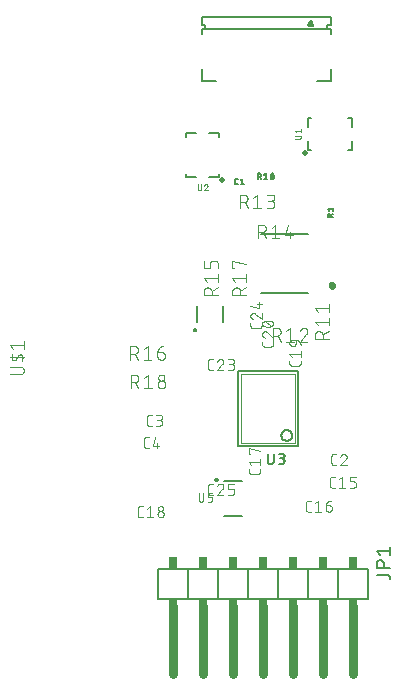
<source format=gbr>
G04 EAGLE Gerber RS-274X export*
G75*
%MOMM*%
%FSLAX34Y34*%
%LPD*%
%INSilkscreen Top*%
%IPPOS*%
%AMOC8*
5,1,8,0,0,1.08239X$1,22.5*%
G01*
%ADD10C,0.127000*%
%ADD11C,0.200000*%
%ADD12C,0.101600*%
%ADD13C,0.508000*%
%ADD14C,0.203200*%
%ADD15C,0.152400*%
%ADD16C,0.050800*%
%ADD17C,0.300000*%
%ADD18C,0.076200*%
%ADD19C,0.762000*%
%ADD20R,0.762000X0.508000*%
%ADD21R,0.762000X1.016000*%

G36*
X204608Y234346D02*
X204608Y234346D01*
X204617Y234345D01*
X204749Y234366D01*
X204882Y234385D01*
X204889Y234388D01*
X204898Y234389D01*
X205019Y234446D01*
X205141Y234501D01*
X205147Y234506D01*
X205155Y234510D01*
X205256Y234598D01*
X205358Y234685D01*
X205363Y234692D01*
X205369Y234697D01*
X205441Y234810D01*
X205516Y234921D01*
X205518Y234929D01*
X205523Y234936D01*
X205561Y235065D01*
X205601Y235192D01*
X205602Y235201D01*
X205604Y235209D01*
X205605Y235343D01*
X205609Y235476D01*
X205606Y235485D01*
X205607Y235493D01*
X205591Y235544D01*
X205537Y235751D01*
X205517Y235784D01*
X205508Y235814D01*
X203508Y239814D01*
X203451Y239896D01*
X203402Y239983D01*
X203371Y240013D01*
X203347Y240048D01*
X203269Y240111D01*
X203198Y240181D01*
X203160Y240201D01*
X203127Y240228D01*
X203035Y240267D01*
X202947Y240314D01*
X202905Y240323D01*
X202865Y240340D01*
X202766Y240352D01*
X202669Y240373D01*
X202626Y240370D01*
X202583Y240375D01*
X202485Y240360D01*
X202385Y240352D01*
X202345Y240337D01*
X202302Y240331D01*
X202212Y240288D01*
X202119Y240254D01*
X202084Y240228D01*
X202045Y240210D01*
X201970Y240144D01*
X201890Y240085D01*
X201867Y240054D01*
X201831Y240023D01*
X201734Y239871D01*
X201692Y239814D01*
X199692Y235814D01*
X199689Y235806D01*
X199685Y235799D01*
X199644Y235671D01*
X199602Y235544D01*
X199601Y235536D01*
X199599Y235528D01*
X199595Y235393D01*
X199590Y235260D01*
X199592Y235252D01*
X199591Y235244D01*
X199625Y235114D01*
X199657Y234984D01*
X199661Y234977D01*
X199663Y234969D01*
X199731Y234854D01*
X199798Y234737D01*
X199804Y234732D01*
X199809Y234724D01*
X199906Y234632D01*
X200002Y234540D01*
X200010Y234536D01*
X200016Y234530D01*
X200135Y234469D01*
X200253Y234406D01*
X200261Y234404D01*
X200269Y234400D01*
X200321Y234392D01*
X200531Y234347D01*
X200569Y234350D01*
X200600Y234345D01*
X204600Y234345D01*
X204608Y234346D01*
G37*
D10*
X140896Y100711D02*
X139824Y100711D01*
X139759Y100713D01*
X139695Y100719D01*
X139631Y100729D01*
X139567Y100742D01*
X139505Y100760D01*
X139444Y100781D01*
X139384Y100805D01*
X139326Y100834D01*
X139269Y100866D01*
X139215Y100901D01*
X139163Y100939D01*
X139113Y100981D01*
X139066Y101025D01*
X139022Y101072D01*
X138980Y101122D01*
X138942Y101174D01*
X138907Y101228D01*
X138875Y101285D01*
X138846Y101343D01*
X138822Y101403D01*
X138801Y101464D01*
X138783Y101526D01*
X138770Y101590D01*
X138760Y101654D01*
X138754Y101718D01*
X138752Y101783D01*
X138752Y104465D01*
X138754Y104530D01*
X138760Y104594D01*
X138770Y104658D01*
X138783Y104722D01*
X138801Y104784D01*
X138822Y104845D01*
X138846Y104905D01*
X138875Y104963D01*
X138907Y105020D01*
X138942Y105074D01*
X138980Y105126D01*
X139022Y105176D01*
X139066Y105223D01*
X139113Y105267D01*
X139163Y105309D01*
X139215Y105347D01*
X139269Y105382D01*
X139326Y105414D01*
X139384Y105443D01*
X139444Y105467D01*
X139505Y105488D01*
X139567Y105506D01*
X139631Y105519D01*
X139695Y105529D01*
X139759Y105535D01*
X139824Y105537D01*
X140896Y105537D01*
X143352Y104465D02*
X144693Y105537D01*
X144693Y100711D01*
X146033Y100711D02*
X143352Y100711D01*
X217043Y73063D02*
X221869Y73063D01*
X217043Y73063D02*
X217043Y74403D01*
X217045Y74474D01*
X217051Y74546D01*
X217060Y74616D01*
X217073Y74686D01*
X217090Y74756D01*
X217111Y74824D01*
X217135Y74891D01*
X217163Y74957D01*
X217194Y75021D01*
X217229Y75084D01*
X217267Y75144D01*
X217308Y75203D01*
X217352Y75259D01*
X217399Y75313D01*
X217448Y75364D01*
X217501Y75412D01*
X217556Y75458D01*
X217613Y75500D01*
X217673Y75540D01*
X217734Y75576D01*
X217798Y75609D01*
X217863Y75638D01*
X217929Y75664D01*
X217997Y75687D01*
X218066Y75706D01*
X218136Y75721D01*
X218206Y75732D01*
X218277Y75740D01*
X218348Y75744D01*
X218420Y75744D01*
X218491Y75740D01*
X218562Y75732D01*
X218632Y75721D01*
X218702Y75706D01*
X218771Y75687D01*
X218839Y75664D01*
X218905Y75638D01*
X218970Y75609D01*
X219034Y75576D01*
X219095Y75540D01*
X219155Y75500D01*
X219212Y75458D01*
X219267Y75412D01*
X219320Y75364D01*
X219369Y75313D01*
X219416Y75259D01*
X219460Y75203D01*
X219501Y75144D01*
X219539Y75084D01*
X219574Y75021D01*
X219605Y74957D01*
X219633Y74891D01*
X219657Y74824D01*
X219678Y74756D01*
X219695Y74686D01*
X219708Y74616D01*
X219717Y74546D01*
X219723Y74474D01*
X219725Y74403D01*
X219724Y74403D02*
X219724Y73063D01*
X219724Y74671D02*
X221869Y75744D01*
X218116Y78485D02*
X217043Y79826D01*
X221869Y79826D01*
X221869Y81166D02*
X221869Y78485D01*
X157848Y105283D02*
X157848Y110109D01*
X159188Y110109D01*
X159259Y110107D01*
X159331Y110101D01*
X159401Y110092D01*
X159471Y110079D01*
X159541Y110062D01*
X159609Y110041D01*
X159676Y110017D01*
X159742Y109989D01*
X159806Y109958D01*
X159869Y109923D01*
X159929Y109885D01*
X159988Y109844D01*
X160044Y109800D01*
X160098Y109753D01*
X160149Y109704D01*
X160197Y109651D01*
X160243Y109596D01*
X160285Y109539D01*
X160325Y109479D01*
X160361Y109418D01*
X160394Y109354D01*
X160423Y109289D01*
X160449Y109223D01*
X160472Y109155D01*
X160491Y109086D01*
X160506Y109016D01*
X160517Y108946D01*
X160525Y108875D01*
X160529Y108804D01*
X160529Y108732D01*
X160525Y108661D01*
X160517Y108590D01*
X160506Y108520D01*
X160491Y108450D01*
X160472Y108381D01*
X160449Y108313D01*
X160423Y108247D01*
X160394Y108182D01*
X160361Y108118D01*
X160325Y108057D01*
X160285Y107997D01*
X160243Y107940D01*
X160197Y107885D01*
X160149Y107832D01*
X160098Y107783D01*
X160044Y107736D01*
X159988Y107692D01*
X159929Y107651D01*
X159869Y107613D01*
X159806Y107578D01*
X159742Y107547D01*
X159676Y107519D01*
X159609Y107495D01*
X159541Y107474D01*
X159471Y107457D01*
X159401Y107444D01*
X159331Y107435D01*
X159259Y107429D01*
X159188Y107427D01*
X159188Y107428D02*
X157848Y107428D01*
X159456Y107428D02*
X160529Y105283D01*
X163270Y109037D02*
X164611Y110109D01*
X164611Y105283D01*
X165951Y105283D02*
X163270Y105283D01*
X168757Y107696D02*
X168759Y107816D01*
X168764Y107936D01*
X168773Y108056D01*
X168786Y108176D01*
X168802Y108295D01*
X168822Y108414D01*
X168846Y108532D01*
X168873Y108649D01*
X168903Y108765D01*
X168937Y108880D01*
X168975Y108995D01*
X169016Y109108D01*
X169060Y109219D01*
X169108Y109330D01*
X169159Y109439D01*
X169180Y109496D01*
X169206Y109552D01*
X169234Y109607D01*
X169266Y109659D01*
X169302Y109710D01*
X169340Y109758D01*
X169381Y109804D01*
X169425Y109847D01*
X169471Y109887D01*
X169520Y109924D01*
X169572Y109958D01*
X169625Y109989D01*
X169680Y110017D01*
X169736Y110041D01*
X169794Y110062D01*
X169853Y110079D01*
X169913Y110092D01*
X169974Y110101D01*
X170036Y110107D01*
X170097Y110109D01*
X170158Y110107D01*
X170220Y110101D01*
X170281Y110092D01*
X170341Y110079D01*
X170400Y110062D01*
X170458Y110041D01*
X170514Y110017D01*
X170569Y109989D01*
X170622Y109958D01*
X170674Y109924D01*
X170723Y109887D01*
X170769Y109847D01*
X170813Y109804D01*
X170854Y109758D01*
X170892Y109710D01*
X170928Y109659D01*
X170960Y109607D01*
X170988Y109552D01*
X171014Y109496D01*
X171035Y109439D01*
X171036Y109439D02*
X171087Y109330D01*
X171135Y109219D01*
X171179Y109108D01*
X171220Y108995D01*
X171258Y108880D01*
X171292Y108765D01*
X171322Y108649D01*
X171349Y108532D01*
X171373Y108414D01*
X171393Y108295D01*
X171409Y108176D01*
X171422Y108056D01*
X171431Y107936D01*
X171436Y107816D01*
X171438Y107696D01*
X168757Y107696D02*
X168759Y107576D01*
X168764Y107456D01*
X168773Y107336D01*
X168786Y107216D01*
X168802Y107097D01*
X168822Y106978D01*
X168846Y106860D01*
X168873Y106743D01*
X168903Y106627D01*
X168937Y106512D01*
X168975Y106397D01*
X169016Y106284D01*
X169060Y106173D01*
X169108Y106062D01*
X169159Y105953D01*
X169180Y105896D01*
X169206Y105840D01*
X169234Y105785D01*
X169266Y105733D01*
X169302Y105682D01*
X169340Y105634D01*
X169381Y105588D01*
X169425Y105545D01*
X169471Y105505D01*
X169520Y105468D01*
X169572Y105434D01*
X169625Y105403D01*
X169680Y105375D01*
X169736Y105351D01*
X169794Y105330D01*
X169853Y105313D01*
X169913Y105300D01*
X169974Y105291D01*
X170036Y105285D01*
X170097Y105283D01*
X171036Y105953D02*
X171087Y106062D01*
X171135Y106173D01*
X171179Y106284D01*
X171220Y106397D01*
X171258Y106512D01*
X171292Y106627D01*
X171322Y106743D01*
X171349Y106860D01*
X171373Y106978D01*
X171393Y107097D01*
X171409Y107216D01*
X171422Y107336D01*
X171431Y107456D01*
X171436Y107576D01*
X171438Y107696D01*
X171035Y105953D02*
X171014Y105896D01*
X170988Y105840D01*
X170960Y105785D01*
X170928Y105733D01*
X170892Y105682D01*
X170854Y105634D01*
X170813Y105588D01*
X170769Y105545D01*
X170722Y105505D01*
X170674Y105468D01*
X170622Y105434D01*
X170569Y105403D01*
X170514Y105375D01*
X170458Y105351D01*
X170400Y105330D01*
X170341Y105313D01*
X170281Y105300D01*
X170220Y105291D01*
X170158Y105285D01*
X170097Y105283D01*
X169025Y106355D02*
X171170Y109037D01*
X106450Y-1988D02*
X106450Y-15588D01*
X128450Y-15588D02*
X128450Y-1988D01*
D11*
X103550Y-22488D02*
X103552Y-22425D01*
X103558Y-22363D01*
X103568Y-22301D01*
X103581Y-22239D01*
X103599Y-22179D01*
X103620Y-22120D01*
X103645Y-22062D01*
X103674Y-22006D01*
X103706Y-21952D01*
X103741Y-21900D01*
X103779Y-21851D01*
X103821Y-21803D01*
X103865Y-21759D01*
X103913Y-21717D01*
X103962Y-21679D01*
X104014Y-21644D01*
X104068Y-21612D01*
X104124Y-21583D01*
X104182Y-21558D01*
X104241Y-21537D01*
X104301Y-21519D01*
X104363Y-21506D01*
X104425Y-21496D01*
X104487Y-21490D01*
X104550Y-21488D01*
X104613Y-21490D01*
X104675Y-21496D01*
X104737Y-21506D01*
X104799Y-21519D01*
X104859Y-21537D01*
X104918Y-21558D01*
X104976Y-21583D01*
X105032Y-21612D01*
X105086Y-21644D01*
X105138Y-21679D01*
X105187Y-21717D01*
X105235Y-21759D01*
X105279Y-21803D01*
X105321Y-21851D01*
X105359Y-21900D01*
X105394Y-21952D01*
X105426Y-22006D01*
X105455Y-22062D01*
X105480Y-22120D01*
X105501Y-22179D01*
X105519Y-22239D01*
X105532Y-22301D01*
X105542Y-22363D01*
X105548Y-22425D01*
X105550Y-22488D01*
X105548Y-22551D01*
X105542Y-22613D01*
X105532Y-22675D01*
X105519Y-22737D01*
X105501Y-22797D01*
X105480Y-22856D01*
X105455Y-22914D01*
X105426Y-22970D01*
X105394Y-23024D01*
X105359Y-23076D01*
X105321Y-23125D01*
X105279Y-23173D01*
X105235Y-23217D01*
X105187Y-23259D01*
X105138Y-23297D01*
X105086Y-23332D01*
X105032Y-23364D01*
X104976Y-23393D01*
X104918Y-23418D01*
X104859Y-23439D01*
X104799Y-23457D01*
X104737Y-23470D01*
X104675Y-23480D01*
X104613Y-23486D01*
X104550Y-23488D01*
X104487Y-23486D01*
X104425Y-23480D01*
X104363Y-23470D01*
X104301Y-23457D01*
X104241Y-23439D01*
X104182Y-23418D01*
X104124Y-23393D01*
X104068Y-23364D01*
X104014Y-23332D01*
X103962Y-23297D01*
X103913Y-23259D01*
X103865Y-23217D01*
X103821Y-23173D01*
X103779Y-23125D01*
X103741Y-23076D01*
X103706Y-23024D01*
X103674Y-22970D01*
X103645Y-22914D01*
X103620Y-22856D01*
X103599Y-22797D01*
X103581Y-22737D01*
X103568Y-22675D01*
X103558Y-22613D01*
X103552Y-22551D01*
X103550Y-22488D01*
D12*
X-43347Y-60045D02*
X-51786Y-60045D01*
X-43347Y-60044D02*
X-43234Y-60042D01*
X-43121Y-60036D01*
X-43008Y-60026D01*
X-42895Y-60012D01*
X-42783Y-59995D01*
X-42672Y-59973D01*
X-42562Y-59948D01*
X-42452Y-59918D01*
X-42344Y-59885D01*
X-42237Y-59848D01*
X-42131Y-59808D01*
X-42027Y-59763D01*
X-41924Y-59715D01*
X-41823Y-59664D01*
X-41724Y-59609D01*
X-41627Y-59551D01*
X-41532Y-59489D01*
X-41439Y-59424D01*
X-41349Y-59356D01*
X-41261Y-59285D01*
X-41175Y-59210D01*
X-41092Y-59133D01*
X-41012Y-59053D01*
X-40935Y-58970D01*
X-40860Y-58884D01*
X-40789Y-58796D01*
X-40721Y-58706D01*
X-40656Y-58613D01*
X-40594Y-58518D01*
X-40536Y-58421D01*
X-40481Y-58322D01*
X-40430Y-58221D01*
X-40382Y-58118D01*
X-40337Y-58014D01*
X-40297Y-57908D01*
X-40260Y-57801D01*
X-40227Y-57693D01*
X-40197Y-57583D01*
X-40172Y-57473D01*
X-40150Y-57362D01*
X-40133Y-57250D01*
X-40119Y-57137D01*
X-40109Y-57024D01*
X-40103Y-56911D01*
X-40101Y-56798D01*
X-40103Y-56685D01*
X-40109Y-56572D01*
X-40119Y-56459D01*
X-40133Y-56346D01*
X-40150Y-56234D01*
X-40172Y-56123D01*
X-40197Y-56013D01*
X-40227Y-55903D01*
X-40260Y-55795D01*
X-40297Y-55688D01*
X-40337Y-55582D01*
X-40382Y-55478D01*
X-40430Y-55375D01*
X-40481Y-55274D01*
X-40536Y-55175D01*
X-40594Y-55078D01*
X-40656Y-54983D01*
X-40721Y-54890D01*
X-40789Y-54800D01*
X-40860Y-54712D01*
X-40935Y-54626D01*
X-41012Y-54543D01*
X-41092Y-54463D01*
X-41175Y-54386D01*
X-41261Y-54311D01*
X-41349Y-54240D01*
X-41439Y-54172D01*
X-41532Y-54107D01*
X-41627Y-54045D01*
X-41724Y-53987D01*
X-41823Y-53932D01*
X-41924Y-53881D01*
X-42027Y-53833D01*
X-42131Y-53788D01*
X-42237Y-53748D01*
X-42344Y-53711D01*
X-42452Y-53678D01*
X-42562Y-53648D01*
X-42672Y-53623D01*
X-42783Y-53601D01*
X-42895Y-53584D01*
X-43008Y-53570D01*
X-43121Y-53560D01*
X-43234Y-53554D01*
X-43347Y-53552D01*
X-51786Y-53552D01*
X-51786Y-45748D02*
X-40101Y-45748D01*
X-45943Y-45748D02*
X-46917Y-47371D01*
X-46964Y-47444D01*
X-47013Y-47515D01*
X-47066Y-47585D01*
X-47122Y-47651D01*
X-47181Y-47715D01*
X-47242Y-47777D01*
X-47306Y-47835D01*
X-47373Y-47891D01*
X-47442Y-47943D01*
X-47514Y-47993D01*
X-47588Y-48039D01*
X-47663Y-48082D01*
X-47741Y-48121D01*
X-47820Y-48157D01*
X-47901Y-48189D01*
X-47983Y-48218D01*
X-48066Y-48243D01*
X-48150Y-48264D01*
X-48235Y-48281D01*
X-48321Y-48295D01*
X-48407Y-48304D01*
X-48494Y-48310D01*
X-48581Y-48312D01*
X-48668Y-48310D01*
X-48755Y-48304D01*
X-48841Y-48294D01*
X-48927Y-48281D01*
X-49012Y-48263D01*
X-49096Y-48242D01*
X-49179Y-48217D01*
X-49262Y-48188D01*
X-49342Y-48156D01*
X-49421Y-48120D01*
X-49499Y-48081D01*
X-49574Y-48038D01*
X-49648Y-47991D01*
X-49719Y-47942D01*
X-49789Y-47889D01*
X-49855Y-47834D01*
X-49919Y-47775D01*
X-49981Y-47714D01*
X-50040Y-47650D01*
X-50095Y-47583D01*
X-50148Y-47514D01*
X-50198Y-47442D01*
X-50244Y-47369D01*
X-50287Y-47293D01*
X-50326Y-47216D01*
X-50362Y-47137D01*
X-50395Y-47056D01*
X-50423Y-46974D01*
X-50449Y-46891D01*
X-50470Y-46807D01*
X-50487Y-46722D01*
X-50487Y-46721D02*
X-50511Y-46581D01*
X-50531Y-46439D01*
X-50547Y-46298D01*
X-50558Y-46156D01*
X-50566Y-46013D01*
X-50570Y-45871D01*
X-50571Y-45728D01*
X-50567Y-45585D01*
X-50559Y-45443D01*
X-50547Y-45301D01*
X-50531Y-45159D01*
X-50512Y-45018D01*
X-50488Y-44877D01*
X-50461Y-44737D01*
X-50429Y-44598D01*
X-50394Y-44460D01*
X-50355Y-44322D01*
X-50312Y-44186D01*
X-50266Y-44051D01*
X-50215Y-43918D01*
X-50162Y-43786D01*
X-50104Y-43655D01*
X-50043Y-43527D01*
X-49978Y-43399D01*
X-49910Y-43274D01*
X-49838Y-43151D01*
X-45943Y-45748D02*
X-44970Y-44125D01*
X-44923Y-44052D01*
X-44874Y-43981D01*
X-44821Y-43911D01*
X-44765Y-43845D01*
X-44706Y-43781D01*
X-44645Y-43719D01*
X-44581Y-43661D01*
X-44514Y-43605D01*
X-44445Y-43553D01*
X-44373Y-43503D01*
X-44299Y-43457D01*
X-44224Y-43414D01*
X-44146Y-43375D01*
X-44067Y-43339D01*
X-43986Y-43307D01*
X-43904Y-43278D01*
X-43821Y-43253D01*
X-43737Y-43232D01*
X-43652Y-43215D01*
X-43566Y-43201D01*
X-43480Y-43192D01*
X-43393Y-43186D01*
X-43306Y-43184D01*
X-43219Y-43186D01*
X-43132Y-43192D01*
X-43046Y-43202D01*
X-42960Y-43215D01*
X-42875Y-43233D01*
X-42791Y-43254D01*
X-42708Y-43279D01*
X-42625Y-43308D01*
X-42545Y-43340D01*
X-42466Y-43376D01*
X-42388Y-43415D01*
X-42313Y-43458D01*
X-42239Y-43505D01*
X-42168Y-43554D01*
X-42098Y-43607D01*
X-42032Y-43662D01*
X-41968Y-43721D01*
X-41906Y-43782D01*
X-41847Y-43847D01*
X-41792Y-43913D01*
X-41739Y-43982D01*
X-41689Y-44054D01*
X-41643Y-44127D01*
X-41600Y-44203D01*
X-41561Y-44280D01*
X-41525Y-44359D01*
X-41492Y-44440D01*
X-41464Y-44522D01*
X-41438Y-44605D01*
X-41417Y-44689D01*
X-41400Y-44774D01*
X-41399Y-44775D02*
X-41375Y-44915D01*
X-41355Y-45057D01*
X-41339Y-45198D01*
X-41328Y-45340D01*
X-41320Y-45483D01*
X-41316Y-45625D01*
X-41315Y-45768D01*
X-41319Y-45911D01*
X-41327Y-46053D01*
X-41339Y-46195D01*
X-41355Y-46337D01*
X-41374Y-46478D01*
X-41398Y-46619D01*
X-41425Y-46759D01*
X-41457Y-46898D01*
X-41492Y-47036D01*
X-41531Y-47174D01*
X-41574Y-47310D01*
X-41620Y-47445D01*
X-41671Y-47578D01*
X-41725Y-47710D01*
X-41782Y-47841D01*
X-41843Y-47969D01*
X-41908Y-48097D01*
X-41976Y-48222D01*
X-42048Y-48345D01*
X-49189Y-38324D02*
X-51786Y-35078D01*
X-40101Y-35078D01*
X-40101Y-38324D02*
X-40101Y-31832D01*
D13*
X197536Y127251D03*
D14*
X200076Y129791D02*
X200076Y137773D01*
X200076Y149349D02*
X200076Y157331D01*
X203072Y157331D01*
X234620Y157331D02*
X237616Y157331D01*
X237616Y149349D01*
X237616Y137773D02*
X237616Y129791D01*
X203072Y129791D02*
X200076Y129791D01*
X234620Y129791D02*
X237616Y129791D01*
D12*
X192797Y139315D02*
X189128Y139315D01*
X192797Y139315D02*
X192871Y139317D01*
X192944Y139323D01*
X193018Y139332D01*
X193090Y139346D01*
X193162Y139363D01*
X193233Y139384D01*
X193303Y139409D01*
X193371Y139437D01*
X193438Y139469D01*
X193503Y139504D01*
X193565Y139543D01*
X193626Y139584D01*
X193685Y139629D01*
X193741Y139677D01*
X193795Y139728D01*
X193846Y139782D01*
X193894Y139838D01*
X193939Y139897D01*
X193980Y139958D01*
X194019Y140021D01*
X194054Y140085D01*
X194086Y140152D01*
X194114Y140220D01*
X194139Y140290D01*
X194160Y140361D01*
X194177Y140433D01*
X194191Y140505D01*
X194200Y140579D01*
X194206Y140652D01*
X194208Y140726D01*
X194206Y140800D01*
X194200Y140873D01*
X194191Y140947D01*
X194177Y141019D01*
X194160Y141091D01*
X194139Y141162D01*
X194114Y141232D01*
X194086Y141300D01*
X194054Y141367D01*
X194019Y141432D01*
X193980Y141494D01*
X193939Y141555D01*
X193894Y141614D01*
X193846Y141670D01*
X193795Y141724D01*
X193741Y141775D01*
X193685Y141823D01*
X193626Y141868D01*
X193565Y141909D01*
X193502Y141948D01*
X193438Y141983D01*
X193371Y142015D01*
X193303Y142043D01*
X193233Y142068D01*
X193162Y142089D01*
X193090Y142106D01*
X193018Y142120D01*
X192944Y142129D01*
X192871Y142135D01*
X192797Y142137D01*
X189128Y142137D01*
X190257Y144984D02*
X189128Y146395D01*
X194208Y146395D01*
X194208Y144984D02*
X194208Y147807D01*
D13*
X127410Y104115D03*
D14*
X124870Y106655D02*
X116888Y106655D01*
X105312Y106655D02*
X97330Y106655D01*
X97330Y109651D01*
X97330Y141199D02*
X97330Y144195D01*
X105312Y144195D01*
X116888Y144195D02*
X124870Y144195D01*
X124870Y109651D02*
X124870Y106655D01*
X124870Y141199D02*
X124870Y144195D01*
D12*
X106854Y100787D02*
X106854Y97118D01*
X106856Y97044D01*
X106862Y96971D01*
X106871Y96897D01*
X106885Y96825D01*
X106902Y96753D01*
X106923Y96682D01*
X106948Y96612D01*
X106976Y96544D01*
X107008Y96477D01*
X107043Y96413D01*
X107082Y96350D01*
X107123Y96289D01*
X107168Y96230D01*
X107216Y96174D01*
X107267Y96120D01*
X107321Y96069D01*
X107377Y96021D01*
X107436Y95976D01*
X107497Y95935D01*
X107560Y95896D01*
X107624Y95861D01*
X107691Y95829D01*
X107759Y95801D01*
X107829Y95776D01*
X107900Y95755D01*
X107972Y95738D01*
X108044Y95724D01*
X108118Y95715D01*
X108191Y95709D01*
X108265Y95707D01*
X108339Y95709D01*
X108412Y95715D01*
X108486Y95724D01*
X108558Y95738D01*
X108630Y95755D01*
X108701Y95776D01*
X108771Y95801D01*
X108839Y95829D01*
X108906Y95861D01*
X108971Y95896D01*
X109033Y95935D01*
X109094Y95976D01*
X109153Y96021D01*
X109209Y96069D01*
X109263Y96120D01*
X109314Y96174D01*
X109362Y96230D01*
X109407Y96289D01*
X109448Y96350D01*
X109487Y96413D01*
X109522Y96477D01*
X109554Y96544D01*
X109582Y96612D01*
X109607Y96682D01*
X109628Y96753D01*
X109645Y96825D01*
X109659Y96897D01*
X109668Y96971D01*
X109674Y97044D01*
X109676Y97118D01*
X109676Y100787D01*
X114075Y100787D02*
X114144Y100785D01*
X114212Y100780D01*
X114280Y100770D01*
X114348Y100757D01*
X114415Y100741D01*
X114481Y100721D01*
X114545Y100697D01*
X114608Y100670D01*
X114670Y100639D01*
X114730Y100605D01*
X114788Y100568D01*
X114844Y100528D01*
X114897Y100485D01*
X114948Y100439D01*
X114997Y100390D01*
X115043Y100339D01*
X115086Y100286D01*
X115126Y100230D01*
X115163Y100172D01*
X115197Y100112D01*
X115228Y100050D01*
X115255Y99987D01*
X115279Y99923D01*
X115299Y99857D01*
X115315Y99790D01*
X115328Y99722D01*
X115338Y99654D01*
X115343Y99586D01*
X115345Y99517D01*
X114075Y100788D02*
X113996Y100786D01*
X113917Y100780D01*
X113839Y100771D01*
X113761Y100758D01*
X113684Y100741D01*
X113608Y100720D01*
X113533Y100695D01*
X113459Y100667D01*
X113387Y100636D01*
X113316Y100601D01*
X113247Y100562D01*
X113180Y100521D01*
X113115Y100476D01*
X113052Y100428D01*
X112992Y100377D01*
X112934Y100323D01*
X112879Y100267D01*
X112827Y100208D01*
X112778Y100146D01*
X112731Y100082D01*
X112688Y100016D01*
X112648Y99948D01*
X112611Y99878D01*
X112578Y99806D01*
X112549Y99733D01*
X112522Y99659D01*
X114922Y98529D02*
X114970Y98578D01*
X115017Y98629D01*
X115060Y98683D01*
X115101Y98739D01*
X115139Y98796D01*
X115174Y98856D01*
X115206Y98917D01*
X115235Y98980D01*
X115260Y99044D01*
X115283Y99109D01*
X115302Y99176D01*
X115317Y99243D01*
X115329Y99311D01*
X115338Y99379D01*
X115343Y99448D01*
X115345Y99517D01*
X114922Y98529D02*
X112523Y95707D01*
X115345Y95707D01*
D15*
X191789Y-57506D02*
X191789Y-120498D01*
X191789Y-57506D02*
X141053Y-57506D01*
X141053Y-120498D01*
X191789Y-120498D01*
D16*
X189503Y-118212D02*
X189503Y-59792D01*
X143339Y-59792D01*
X143339Y-118212D01*
X189503Y-118212D01*
D15*
X177851Y-111608D02*
X177853Y-111473D01*
X177859Y-111338D01*
X177869Y-111204D01*
X177883Y-111070D01*
X177901Y-110936D01*
X177922Y-110803D01*
X177948Y-110671D01*
X177978Y-110539D01*
X178011Y-110408D01*
X178048Y-110279D01*
X178090Y-110150D01*
X178134Y-110023D01*
X178183Y-109897D01*
X178235Y-109773D01*
X178291Y-109650D01*
X178351Y-109529D01*
X178414Y-109410D01*
X178480Y-109293D01*
X178550Y-109178D01*
X178624Y-109064D01*
X178701Y-108953D01*
X178780Y-108845D01*
X178864Y-108739D01*
X178950Y-108635D01*
X179039Y-108534D01*
X179131Y-108435D01*
X179226Y-108340D01*
X179324Y-108247D01*
X179424Y-108157D01*
X179527Y-108070D01*
X179633Y-107986D01*
X179741Y-107905D01*
X179851Y-107828D01*
X179964Y-107754D01*
X180079Y-107683D01*
X180196Y-107615D01*
X180314Y-107551D01*
X180435Y-107491D01*
X180557Y-107434D01*
X180681Y-107381D01*
X180807Y-107331D01*
X180933Y-107285D01*
X181062Y-107243D01*
X181191Y-107205D01*
X181321Y-107171D01*
X181453Y-107140D01*
X181585Y-107113D01*
X181718Y-107091D01*
X181851Y-107072D01*
X181985Y-107057D01*
X182120Y-107046D01*
X182254Y-107039D01*
X182389Y-107036D01*
X182524Y-107037D01*
X182659Y-107042D01*
X182793Y-107051D01*
X182928Y-107064D01*
X183062Y-107081D01*
X183195Y-107102D01*
X183327Y-107126D01*
X183459Y-107155D01*
X183590Y-107187D01*
X183720Y-107224D01*
X183849Y-107264D01*
X183976Y-107308D01*
X184102Y-107356D01*
X184227Y-107407D01*
X184350Y-107462D01*
X184472Y-107521D01*
X184591Y-107583D01*
X184709Y-107649D01*
X184825Y-107718D01*
X184938Y-107790D01*
X185050Y-107866D01*
X185159Y-107945D01*
X185266Y-108027D01*
X185370Y-108113D01*
X185472Y-108201D01*
X185571Y-108293D01*
X185668Y-108387D01*
X185761Y-108484D01*
X185852Y-108584D01*
X185940Y-108686D01*
X186024Y-108791D01*
X186106Y-108899D01*
X186184Y-109009D01*
X186259Y-109121D01*
X186331Y-109235D01*
X186399Y-109351D01*
X186464Y-109470D01*
X186525Y-109590D01*
X186583Y-109712D01*
X186637Y-109835D01*
X186688Y-109960D01*
X186734Y-110087D01*
X186777Y-110214D01*
X186817Y-110343D01*
X186852Y-110474D01*
X186884Y-110605D01*
X186911Y-110737D01*
X186935Y-110869D01*
X186955Y-111003D01*
X186971Y-111137D01*
X186983Y-111271D01*
X186991Y-111406D01*
X186995Y-111541D01*
X186995Y-111675D01*
X186991Y-111810D01*
X186983Y-111945D01*
X186971Y-112079D01*
X186955Y-112213D01*
X186935Y-112347D01*
X186911Y-112479D01*
X186884Y-112611D01*
X186852Y-112742D01*
X186817Y-112873D01*
X186777Y-113002D01*
X186734Y-113129D01*
X186688Y-113256D01*
X186637Y-113381D01*
X186583Y-113504D01*
X186525Y-113626D01*
X186464Y-113746D01*
X186399Y-113865D01*
X186331Y-113981D01*
X186259Y-114095D01*
X186184Y-114207D01*
X186106Y-114317D01*
X186024Y-114425D01*
X185940Y-114530D01*
X185852Y-114632D01*
X185761Y-114732D01*
X185668Y-114829D01*
X185571Y-114923D01*
X185472Y-115015D01*
X185370Y-115103D01*
X185266Y-115189D01*
X185159Y-115271D01*
X185050Y-115350D01*
X184938Y-115426D01*
X184825Y-115498D01*
X184709Y-115567D01*
X184591Y-115633D01*
X184472Y-115695D01*
X184350Y-115754D01*
X184227Y-115809D01*
X184102Y-115860D01*
X183976Y-115908D01*
X183849Y-115952D01*
X183720Y-115992D01*
X183590Y-116029D01*
X183459Y-116061D01*
X183327Y-116090D01*
X183195Y-116114D01*
X183062Y-116135D01*
X182928Y-116152D01*
X182793Y-116165D01*
X182659Y-116174D01*
X182524Y-116179D01*
X182389Y-116180D01*
X182254Y-116177D01*
X182120Y-116170D01*
X181985Y-116159D01*
X181851Y-116144D01*
X181718Y-116125D01*
X181585Y-116103D01*
X181453Y-116076D01*
X181321Y-116045D01*
X181191Y-116011D01*
X181062Y-115973D01*
X180933Y-115931D01*
X180807Y-115885D01*
X180681Y-115835D01*
X180557Y-115782D01*
X180435Y-115725D01*
X180314Y-115665D01*
X180196Y-115601D01*
X180079Y-115533D01*
X179964Y-115462D01*
X179851Y-115388D01*
X179741Y-115311D01*
X179633Y-115230D01*
X179527Y-115146D01*
X179424Y-115059D01*
X179324Y-114969D01*
X179226Y-114876D01*
X179131Y-114781D01*
X179039Y-114682D01*
X178950Y-114581D01*
X178864Y-114477D01*
X178780Y-114371D01*
X178701Y-114263D01*
X178624Y-114152D01*
X178550Y-114038D01*
X178480Y-113923D01*
X178414Y-113806D01*
X178351Y-113687D01*
X178291Y-113566D01*
X178235Y-113443D01*
X178183Y-113319D01*
X178134Y-113193D01*
X178090Y-113066D01*
X178048Y-112937D01*
X178011Y-112808D01*
X177978Y-112677D01*
X177948Y-112545D01*
X177922Y-112413D01*
X177901Y-112280D01*
X177883Y-112146D01*
X177869Y-112012D01*
X177859Y-111878D01*
X177853Y-111743D01*
X177851Y-111608D01*
D10*
X166396Y-127097D02*
X166396Y-133402D01*
X166398Y-133500D01*
X166404Y-133597D01*
X166414Y-133694D01*
X166427Y-133791D01*
X166445Y-133887D01*
X166466Y-133982D01*
X166492Y-134077D01*
X166521Y-134170D01*
X166554Y-134262D01*
X166590Y-134353D01*
X166630Y-134442D01*
X166674Y-134529D01*
X166721Y-134615D01*
X166771Y-134698D01*
X166825Y-134780D01*
X166882Y-134859D01*
X166943Y-134936D01*
X167006Y-135010D01*
X167072Y-135082D01*
X167141Y-135151D01*
X167213Y-135217D01*
X167287Y-135280D01*
X167364Y-135341D01*
X167443Y-135398D01*
X167525Y-135452D01*
X167609Y-135502D01*
X167694Y-135549D01*
X167781Y-135593D01*
X167870Y-135633D01*
X167961Y-135669D01*
X168053Y-135702D01*
X168146Y-135731D01*
X168241Y-135757D01*
X168336Y-135778D01*
X168432Y-135796D01*
X168529Y-135809D01*
X168626Y-135819D01*
X168723Y-135825D01*
X168821Y-135827D01*
X168919Y-135825D01*
X169016Y-135819D01*
X169113Y-135809D01*
X169210Y-135796D01*
X169306Y-135778D01*
X169401Y-135757D01*
X169496Y-135731D01*
X169589Y-135702D01*
X169681Y-135669D01*
X169772Y-135633D01*
X169861Y-135593D01*
X169948Y-135549D01*
X170033Y-135502D01*
X170117Y-135452D01*
X170199Y-135398D01*
X170278Y-135341D01*
X170355Y-135280D01*
X170429Y-135217D01*
X170501Y-135151D01*
X170570Y-135082D01*
X170636Y-135010D01*
X170699Y-134936D01*
X170760Y-134859D01*
X170817Y-134780D01*
X170871Y-134698D01*
X170921Y-134615D01*
X170968Y-134529D01*
X171012Y-134442D01*
X171052Y-134353D01*
X171088Y-134262D01*
X171121Y-134170D01*
X171150Y-134077D01*
X171176Y-133982D01*
X171197Y-133887D01*
X171215Y-133791D01*
X171228Y-133694D01*
X171238Y-133597D01*
X171244Y-133500D01*
X171246Y-133402D01*
X171246Y-127097D01*
X175696Y-135827D02*
X178121Y-135827D01*
X178219Y-135825D01*
X178316Y-135819D01*
X178413Y-135809D01*
X178510Y-135796D01*
X178606Y-135778D01*
X178701Y-135757D01*
X178796Y-135731D01*
X178889Y-135702D01*
X178981Y-135669D01*
X179072Y-135633D01*
X179161Y-135593D01*
X179248Y-135549D01*
X179334Y-135502D01*
X179417Y-135452D01*
X179499Y-135398D01*
X179578Y-135341D01*
X179655Y-135280D01*
X179729Y-135217D01*
X179801Y-135151D01*
X179870Y-135082D01*
X179936Y-135010D01*
X179999Y-134936D01*
X180060Y-134859D01*
X180117Y-134780D01*
X180171Y-134698D01*
X180221Y-134615D01*
X180268Y-134529D01*
X180312Y-134442D01*
X180352Y-134353D01*
X180388Y-134262D01*
X180421Y-134170D01*
X180450Y-134077D01*
X180476Y-133982D01*
X180497Y-133887D01*
X180515Y-133791D01*
X180528Y-133694D01*
X180538Y-133597D01*
X180544Y-133500D01*
X180546Y-133402D01*
X180544Y-133304D01*
X180538Y-133207D01*
X180528Y-133110D01*
X180515Y-133013D01*
X180497Y-132917D01*
X180476Y-132822D01*
X180450Y-132727D01*
X180421Y-132634D01*
X180388Y-132542D01*
X180352Y-132451D01*
X180312Y-132362D01*
X180268Y-132275D01*
X180221Y-132190D01*
X180171Y-132106D01*
X180117Y-132024D01*
X180060Y-131945D01*
X179999Y-131868D01*
X179936Y-131794D01*
X179870Y-131722D01*
X179801Y-131653D01*
X179729Y-131587D01*
X179655Y-131524D01*
X179578Y-131463D01*
X179499Y-131406D01*
X179417Y-131352D01*
X179334Y-131302D01*
X179248Y-131255D01*
X179161Y-131211D01*
X179072Y-131171D01*
X178981Y-131135D01*
X178889Y-131102D01*
X178796Y-131073D01*
X178701Y-131047D01*
X178606Y-131026D01*
X178510Y-131008D01*
X178413Y-130995D01*
X178316Y-130985D01*
X178219Y-130979D01*
X178121Y-130977D01*
X178606Y-127097D02*
X175696Y-127097D01*
X178606Y-127097D02*
X178693Y-127099D01*
X178780Y-127105D01*
X178866Y-127115D01*
X178952Y-127128D01*
X179038Y-127146D01*
X179122Y-127167D01*
X179205Y-127192D01*
X179288Y-127221D01*
X179368Y-127253D01*
X179448Y-127289D01*
X179525Y-127329D01*
X179601Y-127372D01*
X179675Y-127418D01*
X179746Y-127468D01*
X179816Y-127520D01*
X179882Y-127576D01*
X179947Y-127635D01*
X180008Y-127696D01*
X180067Y-127761D01*
X180123Y-127827D01*
X180175Y-127897D01*
X180225Y-127968D01*
X180271Y-128042D01*
X180314Y-128118D01*
X180354Y-128195D01*
X180390Y-128275D01*
X180422Y-128355D01*
X180451Y-128438D01*
X180476Y-128521D01*
X180497Y-128605D01*
X180515Y-128691D01*
X180528Y-128777D01*
X180538Y-128863D01*
X180544Y-128950D01*
X180546Y-129037D01*
X180544Y-129124D01*
X180538Y-129211D01*
X180528Y-129297D01*
X180515Y-129383D01*
X180497Y-129469D01*
X180476Y-129553D01*
X180451Y-129636D01*
X180422Y-129719D01*
X180390Y-129799D01*
X180354Y-129879D01*
X180314Y-129956D01*
X180271Y-130032D01*
X180225Y-130106D01*
X180175Y-130177D01*
X180123Y-130247D01*
X180067Y-130313D01*
X180008Y-130378D01*
X179947Y-130439D01*
X179882Y-130498D01*
X179816Y-130554D01*
X179746Y-130606D01*
X179675Y-130656D01*
X179601Y-130702D01*
X179525Y-130745D01*
X179448Y-130785D01*
X179368Y-130821D01*
X179288Y-130853D01*
X179205Y-130882D01*
X179122Y-130907D01*
X179038Y-130928D01*
X178952Y-130946D01*
X178866Y-130959D01*
X178780Y-130969D01*
X178693Y-130975D01*
X178606Y-130977D01*
X176666Y-130977D01*
D17*
X219552Y14783D02*
X219554Y14860D01*
X219560Y14937D01*
X219570Y15014D01*
X219584Y15090D01*
X219601Y15165D01*
X219623Y15239D01*
X219648Y15312D01*
X219678Y15384D01*
X219710Y15454D01*
X219747Y15522D01*
X219786Y15588D01*
X219829Y15652D01*
X219876Y15714D01*
X219925Y15773D01*
X219978Y15830D01*
X220033Y15884D01*
X220091Y15935D01*
X220152Y15983D01*
X220215Y16028D01*
X220280Y16069D01*
X220347Y16107D01*
X220416Y16142D01*
X220487Y16172D01*
X220559Y16200D01*
X220633Y16223D01*
X220707Y16243D01*
X220783Y16259D01*
X220859Y16271D01*
X220936Y16279D01*
X221013Y16283D01*
X221091Y16283D01*
X221168Y16279D01*
X221245Y16271D01*
X221321Y16259D01*
X221397Y16243D01*
X221471Y16223D01*
X221545Y16200D01*
X221617Y16172D01*
X221688Y16142D01*
X221757Y16107D01*
X221824Y16069D01*
X221889Y16028D01*
X221952Y15983D01*
X222013Y15935D01*
X222071Y15884D01*
X222126Y15830D01*
X222179Y15773D01*
X222228Y15714D01*
X222275Y15652D01*
X222318Y15588D01*
X222357Y15522D01*
X222394Y15454D01*
X222426Y15384D01*
X222456Y15312D01*
X222481Y15239D01*
X222503Y15165D01*
X222520Y15090D01*
X222534Y15014D01*
X222544Y14937D01*
X222550Y14860D01*
X222552Y14783D01*
X222550Y14706D01*
X222544Y14629D01*
X222534Y14552D01*
X222520Y14476D01*
X222503Y14401D01*
X222481Y14327D01*
X222456Y14254D01*
X222426Y14182D01*
X222394Y14112D01*
X222357Y14044D01*
X222318Y13978D01*
X222275Y13914D01*
X222228Y13852D01*
X222179Y13793D01*
X222126Y13736D01*
X222071Y13682D01*
X222013Y13631D01*
X221952Y13583D01*
X221889Y13538D01*
X221824Y13497D01*
X221757Y13459D01*
X221688Y13424D01*
X221617Y13394D01*
X221545Y13366D01*
X221471Y13343D01*
X221397Y13323D01*
X221321Y13307D01*
X221245Y13295D01*
X221168Y13287D01*
X221091Y13283D01*
X221013Y13283D01*
X220936Y13287D01*
X220859Y13295D01*
X220783Y13307D01*
X220707Y13323D01*
X220633Y13343D01*
X220559Y13366D01*
X220487Y13394D01*
X220416Y13424D01*
X220347Y13459D01*
X220280Y13497D01*
X220215Y13538D01*
X220152Y13583D01*
X220091Y13631D01*
X220033Y13682D01*
X219978Y13736D01*
X219925Y13793D01*
X219876Y13852D01*
X219829Y13914D01*
X219786Y13978D01*
X219747Y14044D01*
X219710Y14112D01*
X219678Y14182D01*
X219648Y14254D01*
X219623Y14327D01*
X219601Y14401D01*
X219584Y14476D01*
X219570Y14552D01*
X219560Y14629D01*
X219554Y14706D01*
X219552Y14783D01*
D10*
X200442Y8833D02*
X160442Y8833D01*
X160442Y58833D02*
X200442Y58833D01*
X144906Y-150752D02*
X128906Y-150752D01*
X128906Y-179752D02*
X144906Y-179752D01*
X121906Y-149252D02*
X121908Y-149189D01*
X121914Y-149127D01*
X121924Y-149065D01*
X121937Y-149003D01*
X121955Y-148943D01*
X121976Y-148884D01*
X122001Y-148826D01*
X122030Y-148770D01*
X122062Y-148716D01*
X122097Y-148664D01*
X122135Y-148615D01*
X122177Y-148567D01*
X122221Y-148523D01*
X122269Y-148481D01*
X122318Y-148443D01*
X122370Y-148408D01*
X122424Y-148376D01*
X122480Y-148347D01*
X122538Y-148322D01*
X122597Y-148301D01*
X122657Y-148283D01*
X122719Y-148270D01*
X122781Y-148260D01*
X122843Y-148254D01*
X122906Y-148252D01*
X122969Y-148254D01*
X123031Y-148260D01*
X123093Y-148270D01*
X123155Y-148283D01*
X123215Y-148301D01*
X123274Y-148322D01*
X123332Y-148347D01*
X123388Y-148376D01*
X123442Y-148408D01*
X123494Y-148443D01*
X123543Y-148481D01*
X123591Y-148523D01*
X123635Y-148567D01*
X123677Y-148615D01*
X123715Y-148664D01*
X123750Y-148716D01*
X123782Y-148770D01*
X123811Y-148826D01*
X123836Y-148884D01*
X123857Y-148943D01*
X123875Y-149003D01*
X123888Y-149065D01*
X123898Y-149127D01*
X123904Y-149189D01*
X123906Y-149252D01*
X123904Y-149315D01*
X123898Y-149377D01*
X123888Y-149439D01*
X123875Y-149501D01*
X123857Y-149561D01*
X123836Y-149620D01*
X123811Y-149678D01*
X123782Y-149734D01*
X123750Y-149788D01*
X123715Y-149840D01*
X123677Y-149889D01*
X123635Y-149937D01*
X123591Y-149981D01*
X123543Y-150023D01*
X123494Y-150061D01*
X123442Y-150096D01*
X123388Y-150128D01*
X123332Y-150157D01*
X123274Y-150182D01*
X123215Y-150203D01*
X123155Y-150221D01*
X123093Y-150234D01*
X123031Y-150244D01*
X122969Y-150250D01*
X122906Y-150252D01*
X122843Y-150250D01*
X122781Y-150244D01*
X122719Y-150234D01*
X122657Y-150221D01*
X122597Y-150203D01*
X122538Y-150182D01*
X122480Y-150157D01*
X122424Y-150128D01*
X122370Y-150096D01*
X122318Y-150061D01*
X122269Y-150023D01*
X122221Y-149981D01*
X122177Y-149937D01*
X122135Y-149889D01*
X122097Y-149840D01*
X122062Y-149788D01*
X122030Y-149734D01*
X122001Y-149678D01*
X121976Y-149620D01*
X121955Y-149561D01*
X121937Y-149501D01*
X121924Y-149439D01*
X121914Y-149377D01*
X121908Y-149315D01*
X121906Y-149252D01*
D18*
X107774Y-160417D02*
X107774Y-165747D01*
X107776Y-165836D01*
X107782Y-165926D01*
X107792Y-166015D01*
X107805Y-166103D01*
X107823Y-166191D01*
X107844Y-166278D01*
X107869Y-166363D01*
X107898Y-166448D01*
X107930Y-166532D01*
X107966Y-166613D01*
X108006Y-166694D01*
X108049Y-166772D01*
X108095Y-166848D01*
X108145Y-166923D01*
X108198Y-166995D01*
X108254Y-167065D01*
X108313Y-167132D01*
X108374Y-167197D01*
X108439Y-167258D01*
X108506Y-167317D01*
X108576Y-167373D01*
X108648Y-167426D01*
X108723Y-167476D01*
X108799Y-167522D01*
X108877Y-167565D01*
X108958Y-167605D01*
X109039Y-167641D01*
X109123Y-167673D01*
X109208Y-167702D01*
X109293Y-167727D01*
X109380Y-167748D01*
X109468Y-167766D01*
X109556Y-167779D01*
X109645Y-167789D01*
X109735Y-167795D01*
X109824Y-167797D01*
X109913Y-167795D01*
X110003Y-167789D01*
X110092Y-167779D01*
X110180Y-167766D01*
X110268Y-167748D01*
X110355Y-167727D01*
X110440Y-167702D01*
X110525Y-167673D01*
X110609Y-167641D01*
X110690Y-167605D01*
X110771Y-167565D01*
X110849Y-167522D01*
X110925Y-167476D01*
X111000Y-167426D01*
X111072Y-167373D01*
X111142Y-167317D01*
X111209Y-167258D01*
X111274Y-167197D01*
X111335Y-167132D01*
X111394Y-167065D01*
X111450Y-166995D01*
X111503Y-166923D01*
X111553Y-166848D01*
X111599Y-166772D01*
X111642Y-166694D01*
X111682Y-166613D01*
X111718Y-166532D01*
X111750Y-166448D01*
X111779Y-166363D01*
X111804Y-166278D01*
X111825Y-166191D01*
X111843Y-166103D01*
X111856Y-166015D01*
X111866Y-165926D01*
X111872Y-165836D01*
X111874Y-165747D01*
X111874Y-160417D01*
X115346Y-167797D02*
X117807Y-167797D01*
X117885Y-167795D01*
X117963Y-167790D01*
X118040Y-167780D01*
X118117Y-167767D01*
X118194Y-167751D01*
X118269Y-167731D01*
X118343Y-167707D01*
X118417Y-167680D01*
X118488Y-167649D01*
X118558Y-167615D01*
X118627Y-167577D01*
X118694Y-167537D01*
X118758Y-167493D01*
X118821Y-167446D01*
X118881Y-167396D01*
X118939Y-167344D01*
X118994Y-167289D01*
X119046Y-167231D01*
X119096Y-167171D01*
X119143Y-167108D01*
X119187Y-167044D01*
X119227Y-166977D01*
X119265Y-166908D01*
X119299Y-166838D01*
X119330Y-166767D01*
X119357Y-166693D01*
X119381Y-166619D01*
X119401Y-166544D01*
X119417Y-166467D01*
X119430Y-166390D01*
X119440Y-166313D01*
X119445Y-166235D01*
X119447Y-166157D01*
X119447Y-165337D01*
X119445Y-165259D01*
X119440Y-165181D01*
X119430Y-165104D01*
X119417Y-165027D01*
X119401Y-164950D01*
X119381Y-164875D01*
X119357Y-164801D01*
X119330Y-164727D01*
X119299Y-164656D01*
X119265Y-164586D01*
X119227Y-164517D01*
X119187Y-164450D01*
X119143Y-164386D01*
X119096Y-164323D01*
X119046Y-164263D01*
X118994Y-164205D01*
X118939Y-164150D01*
X118881Y-164098D01*
X118821Y-164048D01*
X118758Y-164001D01*
X118694Y-163957D01*
X118627Y-163917D01*
X118558Y-163879D01*
X118488Y-163845D01*
X118417Y-163814D01*
X118343Y-163787D01*
X118269Y-163763D01*
X118194Y-163743D01*
X118117Y-163727D01*
X118040Y-163714D01*
X117963Y-163704D01*
X117885Y-163699D01*
X117807Y-163697D01*
X115346Y-163697D01*
X115346Y-160417D01*
X119447Y-160417D01*
X221069Y-155969D02*
X223158Y-155969D01*
X221069Y-155969D02*
X220980Y-155967D01*
X220892Y-155961D01*
X220804Y-155952D01*
X220716Y-155939D01*
X220629Y-155922D01*
X220543Y-155902D01*
X220458Y-155877D01*
X220373Y-155850D01*
X220290Y-155818D01*
X220209Y-155784D01*
X220129Y-155745D01*
X220051Y-155704D01*
X219974Y-155659D01*
X219900Y-155611D01*
X219827Y-155560D01*
X219757Y-155506D01*
X219690Y-155448D01*
X219624Y-155388D01*
X219562Y-155326D01*
X219502Y-155260D01*
X219444Y-155193D01*
X219390Y-155123D01*
X219339Y-155050D01*
X219291Y-154976D01*
X219246Y-154899D01*
X219205Y-154821D01*
X219166Y-154741D01*
X219132Y-154660D01*
X219100Y-154577D01*
X219073Y-154492D01*
X219048Y-154407D01*
X219028Y-154321D01*
X219011Y-154234D01*
X218998Y-154146D01*
X218989Y-154058D01*
X218983Y-153970D01*
X218981Y-153881D01*
X218981Y-148659D01*
X218983Y-148568D01*
X218989Y-148477D01*
X218999Y-148386D01*
X219013Y-148296D01*
X219031Y-148207D01*
X219052Y-148118D01*
X219078Y-148031D01*
X219107Y-147945D01*
X219140Y-147860D01*
X219177Y-147776D01*
X219217Y-147694D01*
X219261Y-147615D01*
X219308Y-147537D01*
X219359Y-147461D01*
X219413Y-147387D01*
X219470Y-147316D01*
X219530Y-147248D01*
X219593Y-147182D01*
X219659Y-147119D01*
X219727Y-147059D01*
X219798Y-147002D01*
X219872Y-146948D01*
X219948Y-146897D01*
X220025Y-146850D01*
X220105Y-146806D01*
X220187Y-146766D01*
X220271Y-146729D01*
X220355Y-146696D01*
X220442Y-146667D01*
X220529Y-146641D01*
X220618Y-146620D01*
X220707Y-146602D01*
X220797Y-146588D01*
X220888Y-146578D01*
X220979Y-146572D01*
X221070Y-146570D01*
X221069Y-146571D02*
X223158Y-146571D01*
X226627Y-148659D02*
X229237Y-146571D01*
X229237Y-155969D01*
X226627Y-155969D02*
X231848Y-155969D01*
X235771Y-155969D02*
X238903Y-155969D01*
X238992Y-155967D01*
X239080Y-155961D01*
X239168Y-155952D01*
X239256Y-155939D01*
X239343Y-155922D01*
X239429Y-155902D01*
X239514Y-155877D01*
X239599Y-155850D01*
X239682Y-155818D01*
X239763Y-155784D01*
X239843Y-155745D01*
X239921Y-155704D01*
X239998Y-155659D01*
X240072Y-155611D01*
X240145Y-155560D01*
X240215Y-155506D01*
X240282Y-155448D01*
X240348Y-155388D01*
X240410Y-155326D01*
X240470Y-155260D01*
X240528Y-155193D01*
X240582Y-155123D01*
X240633Y-155050D01*
X240681Y-154976D01*
X240726Y-154899D01*
X240767Y-154821D01*
X240806Y-154741D01*
X240840Y-154660D01*
X240872Y-154577D01*
X240899Y-154492D01*
X240924Y-154407D01*
X240944Y-154321D01*
X240961Y-154234D01*
X240974Y-154146D01*
X240983Y-154058D01*
X240989Y-153970D01*
X240991Y-153881D01*
X240992Y-153881D02*
X240992Y-152836D01*
X240991Y-152836D02*
X240989Y-152747D01*
X240983Y-152659D01*
X240974Y-152571D01*
X240961Y-152483D01*
X240944Y-152396D01*
X240924Y-152310D01*
X240899Y-152225D01*
X240872Y-152140D01*
X240840Y-152057D01*
X240806Y-151976D01*
X240767Y-151896D01*
X240726Y-151818D01*
X240681Y-151741D01*
X240633Y-151667D01*
X240582Y-151594D01*
X240528Y-151524D01*
X240470Y-151457D01*
X240410Y-151391D01*
X240348Y-151329D01*
X240282Y-151269D01*
X240215Y-151211D01*
X240145Y-151157D01*
X240072Y-151106D01*
X239998Y-151058D01*
X239921Y-151013D01*
X239843Y-150972D01*
X239763Y-150933D01*
X239682Y-150899D01*
X239599Y-150867D01*
X239514Y-150840D01*
X239429Y-150815D01*
X239343Y-150795D01*
X239256Y-150778D01*
X239168Y-150765D01*
X239080Y-150756D01*
X238992Y-150750D01*
X238903Y-150748D01*
X235771Y-150748D01*
X235771Y-146571D01*
X240992Y-146571D01*
X202838Y-176289D02*
X200749Y-176289D01*
X200660Y-176287D01*
X200572Y-176281D01*
X200484Y-176272D01*
X200396Y-176259D01*
X200309Y-176242D01*
X200223Y-176222D01*
X200138Y-176197D01*
X200053Y-176170D01*
X199970Y-176138D01*
X199889Y-176104D01*
X199809Y-176065D01*
X199731Y-176024D01*
X199654Y-175979D01*
X199580Y-175931D01*
X199507Y-175880D01*
X199437Y-175826D01*
X199370Y-175768D01*
X199304Y-175708D01*
X199242Y-175646D01*
X199182Y-175580D01*
X199124Y-175513D01*
X199070Y-175443D01*
X199019Y-175370D01*
X198971Y-175296D01*
X198926Y-175219D01*
X198885Y-175141D01*
X198846Y-175061D01*
X198812Y-174980D01*
X198780Y-174897D01*
X198753Y-174812D01*
X198728Y-174727D01*
X198708Y-174641D01*
X198691Y-174554D01*
X198678Y-174466D01*
X198669Y-174378D01*
X198663Y-174290D01*
X198661Y-174201D01*
X198661Y-168979D01*
X198663Y-168888D01*
X198669Y-168797D01*
X198679Y-168706D01*
X198693Y-168616D01*
X198711Y-168527D01*
X198732Y-168438D01*
X198758Y-168351D01*
X198787Y-168265D01*
X198820Y-168180D01*
X198857Y-168096D01*
X198897Y-168014D01*
X198941Y-167935D01*
X198988Y-167857D01*
X199039Y-167781D01*
X199093Y-167707D01*
X199150Y-167636D01*
X199210Y-167568D01*
X199273Y-167502D01*
X199339Y-167439D01*
X199407Y-167379D01*
X199478Y-167322D01*
X199552Y-167268D01*
X199628Y-167217D01*
X199705Y-167170D01*
X199785Y-167126D01*
X199867Y-167086D01*
X199951Y-167049D01*
X200035Y-167016D01*
X200122Y-166987D01*
X200209Y-166961D01*
X200298Y-166940D01*
X200387Y-166922D01*
X200477Y-166908D01*
X200568Y-166898D01*
X200659Y-166892D01*
X200750Y-166890D01*
X200749Y-166891D02*
X202838Y-166891D01*
X206307Y-168979D02*
X208917Y-166891D01*
X208917Y-176289D01*
X206307Y-176289D02*
X211528Y-176289D01*
X215451Y-171068D02*
X218583Y-171068D01*
X218672Y-171070D01*
X218760Y-171076D01*
X218848Y-171085D01*
X218936Y-171098D01*
X219023Y-171115D01*
X219109Y-171135D01*
X219194Y-171160D01*
X219279Y-171187D01*
X219362Y-171219D01*
X219443Y-171253D01*
X219523Y-171292D01*
X219601Y-171333D01*
X219678Y-171378D01*
X219752Y-171426D01*
X219825Y-171477D01*
X219895Y-171531D01*
X219962Y-171589D01*
X220028Y-171649D01*
X220090Y-171711D01*
X220150Y-171777D01*
X220208Y-171844D01*
X220262Y-171914D01*
X220313Y-171987D01*
X220361Y-172061D01*
X220406Y-172138D01*
X220447Y-172216D01*
X220486Y-172296D01*
X220520Y-172377D01*
X220552Y-172460D01*
X220579Y-172545D01*
X220604Y-172630D01*
X220624Y-172716D01*
X220641Y-172803D01*
X220654Y-172891D01*
X220663Y-172979D01*
X220669Y-173067D01*
X220671Y-173156D01*
X220672Y-173156D02*
X220672Y-173678D01*
X220670Y-173779D01*
X220664Y-173880D01*
X220654Y-173981D01*
X220641Y-174081D01*
X220623Y-174181D01*
X220602Y-174280D01*
X220576Y-174378D01*
X220547Y-174475D01*
X220515Y-174571D01*
X220478Y-174665D01*
X220438Y-174758D01*
X220394Y-174850D01*
X220347Y-174939D01*
X220296Y-175027D01*
X220242Y-175113D01*
X220185Y-175196D01*
X220125Y-175278D01*
X220061Y-175356D01*
X219995Y-175433D01*
X219925Y-175506D01*
X219853Y-175577D01*
X219778Y-175645D01*
X219700Y-175710D01*
X219620Y-175772D01*
X219538Y-175831D01*
X219453Y-175887D01*
X219366Y-175939D01*
X219278Y-175988D01*
X219187Y-176034D01*
X219095Y-176075D01*
X219001Y-176114D01*
X218906Y-176148D01*
X218810Y-176179D01*
X218712Y-176206D01*
X218614Y-176230D01*
X218514Y-176249D01*
X218414Y-176265D01*
X218314Y-176277D01*
X218213Y-176285D01*
X218112Y-176289D01*
X218010Y-176289D01*
X217909Y-176285D01*
X217808Y-176277D01*
X217708Y-176265D01*
X217608Y-176249D01*
X217508Y-176230D01*
X217410Y-176206D01*
X217312Y-176179D01*
X217216Y-176148D01*
X217121Y-176114D01*
X217027Y-176075D01*
X216935Y-176034D01*
X216844Y-175988D01*
X216756Y-175939D01*
X216669Y-175887D01*
X216584Y-175831D01*
X216502Y-175772D01*
X216422Y-175710D01*
X216344Y-175645D01*
X216269Y-175577D01*
X216197Y-175506D01*
X216127Y-175433D01*
X216061Y-175356D01*
X215997Y-175278D01*
X215937Y-175196D01*
X215880Y-175113D01*
X215826Y-175027D01*
X215775Y-174939D01*
X215728Y-174850D01*
X215684Y-174758D01*
X215644Y-174665D01*
X215607Y-174571D01*
X215575Y-174475D01*
X215546Y-174378D01*
X215520Y-174280D01*
X215499Y-174181D01*
X215481Y-174081D01*
X215468Y-173981D01*
X215458Y-173880D01*
X215452Y-173779D01*
X215450Y-173678D01*
X215451Y-173678D02*
X215451Y-171068D01*
X215453Y-170939D01*
X215459Y-170811D01*
X215469Y-170683D01*
X215483Y-170555D01*
X215500Y-170427D01*
X215522Y-170300D01*
X215548Y-170174D01*
X215577Y-170049D01*
X215610Y-169925D01*
X215648Y-169802D01*
X215688Y-169680D01*
X215733Y-169559D01*
X215781Y-169440D01*
X215833Y-169322D01*
X215889Y-169206D01*
X215948Y-169092D01*
X216011Y-168980D01*
X216077Y-168869D01*
X216146Y-168761D01*
X216219Y-168655D01*
X216295Y-168551D01*
X216374Y-168449D01*
X216456Y-168350D01*
X216541Y-168254D01*
X216629Y-168160D01*
X216720Y-168069D01*
X216814Y-167981D01*
X216910Y-167896D01*
X217009Y-167814D01*
X217111Y-167735D01*
X217215Y-167659D01*
X217321Y-167586D01*
X217429Y-167517D01*
X217539Y-167451D01*
X217652Y-167388D01*
X217766Y-167329D01*
X217882Y-167273D01*
X218000Y-167221D01*
X218119Y-167173D01*
X218240Y-167128D01*
X218362Y-167088D01*
X218485Y-167050D01*
X218609Y-167017D01*
X218734Y-166988D01*
X218860Y-166962D01*
X218987Y-166940D01*
X219115Y-166923D01*
X219243Y-166909D01*
X219371Y-166899D01*
X219499Y-166893D01*
X219628Y-166891D01*
X159779Y-142151D02*
X159779Y-140062D01*
X159779Y-142151D02*
X159777Y-142240D01*
X159771Y-142328D01*
X159762Y-142416D01*
X159749Y-142504D01*
X159732Y-142591D01*
X159712Y-142677D01*
X159687Y-142762D01*
X159660Y-142847D01*
X159628Y-142930D01*
X159594Y-143011D01*
X159555Y-143091D01*
X159514Y-143169D01*
X159469Y-143246D01*
X159421Y-143320D01*
X159370Y-143393D01*
X159316Y-143463D01*
X159258Y-143530D01*
X159198Y-143596D01*
X159136Y-143658D01*
X159070Y-143718D01*
X159003Y-143776D01*
X158933Y-143830D01*
X158860Y-143881D01*
X158786Y-143929D01*
X158709Y-143974D01*
X158631Y-144015D01*
X158551Y-144054D01*
X158470Y-144088D01*
X158387Y-144120D01*
X158302Y-144147D01*
X158217Y-144172D01*
X158131Y-144192D01*
X158044Y-144209D01*
X157956Y-144222D01*
X157868Y-144231D01*
X157780Y-144237D01*
X157691Y-144239D01*
X152469Y-144239D01*
X152469Y-144240D02*
X152378Y-144238D01*
X152287Y-144232D01*
X152196Y-144222D01*
X152106Y-144208D01*
X152017Y-144190D01*
X151928Y-144169D01*
X151841Y-144143D01*
X151755Y-144114D01*
X151670Y-144081D01*
X151586Y-144044D01*
X151504Y-144004D01*
X151425Y-143960D01*
X151347Y-143913D01*
X151271Y-143862D01*
X151197Y-143808D01*
X151126Y-143751D01*
X151058Y-143691D01*
X150992Y-143628D01*
X150929Y-143562D01*
X150869Y-143494D01*
X150812Y-143423D01*
X150758Y-143349D01*
X150707Y-143273D01*
X150660Y-143196D01*
X150616Y-143116D01*
X150576Y-143034D01*
X150539Y-142950D01*
X150506Y-142866D01*
X150477Y-142779D01*
X150451Y-142692D01*
X150430Y-142603D01*
X150412Y-142514D01*
X150398Y-142424D01*
X150388Y-142333D01*
X150382Y-142242D01*
X150380Y-142151D01*
X150381Y-142151D02*
X150381Y-140062D01*
X152469Y-136593D02*
X150381Y-133983D01*
X159779Y-133983D01*
X159779Y-136593D02*
X159779Y-131372D01*
X151425Y-127449D02*
X150381Y-127449D01*
X150381Y-122228D01*
X159779Y-124839D01*
X60365Y-181089D02*
X58277Y-181089D01*
X58188Y-181087D01*
X58100Y-181081D01*
X58012Y-181072D01*
X57924Y-181059D01*
X57837Y-181042D01*
X57751Y-181022D01*
X57666Y-180997D01*
X57581Y-180970D01*
X57498Y-180938D01*
X57417Y-180904D01*
X57337Y-180865D01*
X57259Y-180824D01*
X57182Y-180779D01*
X57108Y-180731D01*
X57035Y-180680D01*
X56965Y-180626D01*
X56898Y-180568D01*
X56832Y-180508D01*
X56770Y-180446D01*
X56710Y-180380D01*
X56652Y-180313D01*
X56598Y-180243D01*
X56547Y-180170D01*
X56499Y-180096D01*
X56454Y-180019D01*
X56413Y-179941D01*
X56374Y-179861D01*
X56340Y-179780D01*
X56308Y-179697D01*
X56281Y-179612D01*
X56256Y-179527D01*
X56236Y-179441D01*
X56219Y-179354D01*
X56206Y-179266D01*
X56197Y-179178D01*
X56191Y-179090D01*
X56189Y-179001D01*
X56188Y-179001D02*
X56188Y-173779D01*
X56190Y-173688D01*
X56196Y-173597D01*
X56206Y-173506D01*
X56220Y-173416D01*
X56238Y-173327D01*
X56259Y-173238D01*
X56285Y-173151D01*
X56314Y-173065D01*
X56347Y-172980D01*
X56384Y-172896D01*
X56424Y-172814D01*
X56468Y-172735D01*
X56515Y-172657D01*
X56566Y-172581D01*
X56620Y-172507D01*
X56677Y-172436D01*
X56737Y-172368D01*
X56800Y-172302D01*
X56866Y-172239D01*
X56934Y-172179D01*
X57005Y-172122D01*
X57079Y-172068D01*
X57155Y-172017D01*
X57232Y-171970D01*
X57312Y-171926D01*
X57394Y-171886D01*
X57478Y-171849D01*
X57562Y-171816D01*
X57649Y-171787D01*
X57736Y-171761D01*
X57825Y-171740D01*
X57914Y-171722D01*
X58004Y-171708D01*
X58095Y-171698D01*
X58186Y-171692D01*
X58277Y-171690D01*
X58277Y-171691D02*
X60365Y-171691D01*
X63834Y-173779D02*
X66444Y-171691D01*
X66444Y-181089D01*
X63834Y-181089D02*
X69055Y-181089D01*
X72977Y-178478D02*
X72979Y-178377D01*
X72985Y-178276D01*
X72995Y-178175D01*
X73008Y-178075D01*
X73026Y-177975D01*
X73047Y-177876D01*
X73073Y-177778D01*
X73102Y-177681D01*
X73134Y-177585D01*
X73171Y-177491D01*
X73211Y-177398D01*
X73255Y-177306D01*
X73302Y-177217D01*
X73353Y-177129D01*
X73407Y-177043D01*
X73464Y-176960D01*
X73524Y-176878D01*
X73588Y-176800D01*
X73654Y-176723D01*
X73724Y-176650D01*
X73796Y-176579D01*
X73871Y-176511D01*
X73949Y-176446D01*
X74029Y-176384D01*
X74111Y-176325D01*
X74196Y-176269D01*
X74283Y-176217D01*
X74371Y-176168D01*
X74462Y-176122D01*
X74554Y-176081D01*
X74648Y-176042D01*
X74743Y-176008D01*
X74839Y-175977D01*
X74937Y-175950D01*
X75035Y-175926D01*
X75135Y-175907D01*
X75235Y-175891D01*
X75335Y-175879D01*
X75436Y-175871D01*
X75537Y-175867D01*
X75639Y-175867D01*
X75740Y-175871D01*
X75841Y-175879D01*
X75941Y-175891D01*
X76041Y-175907D01*
X76141Y-175926D01*
X76239Y-175950D01*
X76337Y-175977D01*
X76433Y-176008D01*
X76528Y-176042D01*
X76622Y-176081D01*
X76714Y-176122D01*
X76805Y-176168D01*
X76894Y-176217D01*
X76980Y-176269D01*
X77065Y-176325D01*
X77147Y-176384D01*
X77227Y-176446D01*
X77305Y-176511D01*
X77380Y-176579D01*
X77452Y-176650D01*
X77522Y-176723D01*
X77588Y-176800D01*
X77652Y-176878D01*
X77712Y-176960D01*
X77769Y-177043D01*
X77823Y-177129D01*
X77874Y-177217D01*
X77921Y-177306D01*
X77965Y-177398D01*
X78005Y-177491D01*
X78042Y-177585D01*
X78074Y-177681D01*
X78103Y-177778D01*
X78129Y-177876D01*
X78150Y-177975D01*
X78168Y-178075D01*
X78181Y-178175D01*
X78191Y-178276D01*
X78197Y-178377D01*
X78199Y-178478D01*
X78197Y-178579D01*
X78191Y-178680D01*
X78181Y-178781D01*
X78168Y-178881D01*
X78150Y-178981D01*
X78129Y-179080D01*
X78103Y-179178D01*
X78074Y-179275D01*
X78042Y-179371D01*
X78005Y-179465D01*
X77965Y-179558D01*
X77921Y-179650D01*
X77874Y-179739D01*
X77823Y-179827D01*
X77769Y-179913D01*
X77712Y-179996D01*
X77652Y-180078D01*
X77588Y-180156D01*
X77522Y-180233D01*
X77452Y-180306D01*
X77380Y-180377D01*
X77305Y-180445D01*
X77227Y-180510D01*
X77147Y-180572D01*
X77065Y-180631D01*
X76980Y-180687D01*
X76893Y-180739D01*
X76805Y-180788D01*
X76714Y-180834D01*
X76622Y-180875D01*
X76528Y-180914D01*
X76433Y-180948D01*
X76337Y-180979D01*
X76239Y-181006D01*
X76141Y-181030D01*
X76041Y-181049D01*
X75941Y-181065D01*
X75841Y-181077D01*
X75740Y-181085D01*
X75639Y-181089D01*
X75537Y-181089D01*
X75436Y-181085D01*
X75335Y-181077D01*
X75235Y-181065D01*
X75135Y-181049D01*
X75035Y-181030D01*
X74937Y-181006D01*
X74839Y-180979D01*
X74743Y-180948D01*
X74648Y-180914D01*
X74554Y-180875D01*
X74462Y-180834D01*
X74371Y-180788D01*
X74283Y-180739D01*
X74196Y-180687D01*
X74111Y-180631D01*
X74029Y-180572D01*
X73949Y-180510D01*
X73871Y-180445D01*
X73796Y-180377D01*
X73724Y-180306D01*
X73654Y-180233D01*
X73588Y-180156D01*
X73524Y-180078D01*
X73464Y-179996D01*
X73407Y-179913D01*
X73353Y-179827D01*
X73302Y-179739D01*
X73255Y-179650D01*
X73211Y-179558D01*
X73171Y-179465D01*
X73134Y-179371D01*
X73102Y-179275D01*
X73073Y-179178D01*
X73047Y-179080D01*
X73026Y-178981D01*
X73008Y-178881D01*
X72995Y-178781D01*
X72985Y-178680D01*
X72979Y-178579D01*
X72977Y-178478D01*
X73500Y-173779D02*
X73502Y-173689D01*
X73508Y-173600D01*
X73517Y-173510D01*
X73531Y-173421D01*
X73548Y-173333D01*
X73569Y-173246D01*
X73594Y-173159D01*
X73623Y-173074D01*
X73655Y-172990D01*
X73690Y-172908D01*
X73730Y-172827D01*
X73772Y-172748D01*
X73818Y-172671D01*
X73868Y-172596D01*
X73920Y-172523D01*
X73976Y-172452D01*
X74034Y-172384D01*
X74096Y-172319D01*
X74160Y-172256D01*
X74227Y-172196D01*
X74296Y-172139D01*
X74368Y-172085D01*
X74442Y-172034D01*
X74518Y-171986D01*
X74596Y-171942D01*
X74676Y-171901D01*
X74758Y-171863D01*
X74841Y-171829D01*
X74926Y-171799D01*
X75012Y-171772D01*
X75098Y-171749D01*
X75186Y-171730D01*
X75275Y-171715D01*
X75364Y-171703D01*
X75453Y-171695D01*
X75543Y-171691D01*
X75633Y-171691D01*
X75723Y-171695D01*
X75812Y-171703D01*
X75901Y-171715D01*
X75990Y-171730D01*
X76078Y-171749D01*
X76164Y-171772D01*
X76250Y-171799D01*
X76335Y-171829D01*
X76418Y-171863D01*
X76500Y-171901D01*
X76580Y-171942D01*
X76658Y-171986D01*
X76734Y-172034D01*
X76808Y-172085D01*
X76880Y-172139D01*
X76949Y-172196D01*
X77016Y-172256D01*
X77080Y-172319D01*
X77142Y-172384D01*
X77200Y-172452D01*
X77256Y-172523D01*
X77308Y-172596D01*
X77358Y-172671D01*
X77404Y-172748D01*
X77446Y-172827D01*
X77486Y-172908D01*
X77521Y-172990D01*
X77553Y-173074D01*
X77582Y-173159D01*
X77607Y-173246D01*
X77628Y-173333D01*
X77645Y-173421D01*
X77659Y-173510D01*
X77668Y-173600D01*
X77674Y-173689D01*
X77676Y-173779D01*
X77674Y-173869D01*
X77668Y-173958D01*
X77659Y-174048D01*
X77645Y-174137D01*
X77628Y-174225D01*
X77607Y-174312D01*
X77582Y-174399D01*
X77553Y-174484D01*
X77521Y-174568D01*
X77486Y-174650D01*
X77446Y-174731D01*
X77404Y-174810D01*
X77358Y-174887D01*
X77308Y-174962D01*
X77256Y-175035D01*
X77200Y-175106D01*
X77142Y-175174D01*
X77080Y-175239D01*
X77016Y-175302D01*
X76949Y-175362D01*
X76880Y-175419D01*
X76808Y-175473D01*
X76734Y-175524D01*
X76658Y-175572D01*
X76580Y-175616D01*
X76500Y-175657D01*
X76418Y-175695D01*
X76335Y-175729D01*
X76250Y-175759D01*
X76164Y-175786D01*
X76078Y-175809D01*
X75990Y-175828D01*
X75901Y-175843D01*
X75812Y-175855D01*
X75723Y-175863D01*
X75633Y-175867D01*
X75543Y-175867D01*
X75453Y-175863D01*
X75364Y-175855D01*
X75275Y-175843D01*
X75186Y-175828D01*
X75098Y-175809D01*
X75012Y-175786D01*
X74926Y-175759D01*
X74841Y-175729D01*
X74758Y-175695D01*
X74676Y-175657D01*
X74596Y-175616D01*
X74518Y-175572D01*
X74442Y-175524D01*
X74368Y-175473D01*
X74296Y-175419D01*
X74227Y-175362D01*
X74160Y-175302D01*
X74096Y-175239D01*
X74034Y-175174D01*
X73976Y-175106D01*
X73920Y-175035D01*
X73868Y-174962D01*
X73818Y-174887D01*
X73772Y-174810D01*
X73730Y-174731D01*
X73690Y-174650D01*
X73655Y-174568D01*
X73623Y-174484D01*
X73594Y-174399D01*
X73569Y-174312D01*
X73548Y-174225D01*
X73531Y-174137D01*
X73517Y-174048D01*
X73508Y-173958D01*
X73502Y-173869D01*
X73500Y-173779D01*
X194069Y-50711D02*
X194069Y-48622D01*
X194069Y-50711D02*
X194067Y-50800D01*
X194061Y-50888D01*
X194052Y-50976D01*
X194039Y-51064D01*
X194022Y-51151D01*
X194002Y-51237D01*
X193977Y-51322D01*
X193950Y-51407D01*
X193918Y-51490D01*
X193884Y-51571D01*
X193845Y-51651D01*
X193804Y-51729D01*
X193759Y-51806D01*
X193711Y-51880D01*
X193660Y-51953D01*
X193606Y-52023D01*
X193548Y-52090D01*
X193488Y-52156D01*
X193426Y-52218D01*
X193360Y-52278D01*
X193293Y-52336D01*
X193223Y-52390D01*
X193150Y-52441D01*
X193076Y-52489D01*
X192999Y-52534D01*
X192921Y-52575D01*
X192841Y-52614D01*
X192760Y-52648D01*
X192677Y-52680D01*
X192592Y-52707D01*
X192507Y-52732D01*
X192421Y-52752D01*
X192334Y-52769D01*
X192246Y-52782D01*
X192158Y-52791D01*
X192070Y-52797D01*
X191981Y-52799D01*
X186759Y-52799D01*
X186759Y-52800D02*
X186668Y-52798D01*
X186577Y-52792D01*
X186486Y-52782D01*
X186396Y-52768D01*
X186307Y-52750D01*
X186218Y-52729D01*
X186131Y-52703D01*
X186045Y-52674D01*
X185960Y-52641D01*
X185876Y-52604D01*
X185794Y-52564D01*
X185715Y-52520D01*
X185637Y-52473D01*
X185561Y-52422D01*
X185487Y-52368D01*
X185416Y-52311D01*
X185348Y-52251D01*
X185282Y-52188D01*
X185219Y-52122D01*
X185159Y-52054D01*
X185102Y-51983D01*
X185048Y-51909D01*
X184997Y-51833D01*
X184950Y-51756D01*
X184906Y-51676D01*
X184866Y-51594D01*
X184829Y-51510D01*
X184796Y-51426D01*
X184767Y-51339D01*
X184741Y-51252D01*
X184720Y-51163D01*
X184702Y-51074D01*
X184688Y-50984D01*
X184678Y-50893D01*
X184672Y-50802D01*
X184670Y-50711D01*
X184671Y-50711D02*
X184671Y-48622D01*
X186759Y-45153D02*
X184671Y-42543D01*
X194069Y-42543D01*
X194069Y-45153D02*
X194069Y-39932D01*
X189892Y-33921D02*
X189892Y-30788D01*
X189892Y-33921D02*
X189890Y-34010D01*
X189884Y-34098D01*
X189875Y-34186D01*
X189862Y-34274D01*
X189845Y-34361D01*
X189825Y-34447D01*
X189800Y-34532D01*
X189773Y-34617D01*
X189741Y-34700D01*
X189707Y-34781D01*
X189668Y-34861D01*
X189627Y-34939D01*
X189582Y-35016D01*
X189534Y-35090D01*
X189483Y-35163D01*
X189429Y-35233D01*
X189371Y-35300D01*
X189311Y-35366D01*
X189249Y-35428D01*
X189183Y-35488D01*
X189116Y-35546D01*
X189046Y-35600D01*
X188973Y-35651D01*
X188899Y-35699D01*
X188822Y-35744D01*
X188744Y-35785D01*
X188664Y-35824D01*
X188583Y-35858D01*
X188500Y-35890D01*
X188415Y-35917D01*
X188330Y-35942D01*
X188244Y-35962D01*
X188157Y-35979D01*
X188069Y-35992D01*
X187981Y-36001D01*
X187893Y-36007D01*
X187804Y-36009D01*
X187282Y-36009D01*
X187282Y-36010D02*
X187181Y-36008D01*
X187080Y-36002D01*
X186979Y-35992D01*
X186879Y-35979D01*
X186779Y-35961D01*
X186680Y-35940D01*
X186582Y-35914D01*
X186485Y-35885D01*
X186389Y-35853D01*
X186295Y-35816D01*
X186202Y-35776D01*
X186110Y-35732D01*
X186021Y-35685D01*
X185933Y-35634D01*
X185847Y-35580D01*
X185764Y-35523D01*
X185682Y-35463D01*
X185604Y-35399D01*
X185527Y-35333D01*
X185454Y-35263D01*
X185383Y-35191D01*
X185315Y-35116D01*
X185250Y-35038D01*
X185188Y-34958D01*
X185129Y-34876D01*
X185073Y-34791D01*
X185021Y-34705D01*
X184972Y-34616D01*
X184926Y-34525D01*
X184885Y-34433D01*
X184846Y-34339D01*
X184812Y-34244D01*
X184781Y-34148D01*
X184754Y-34050D01*
X184730Y-33952D01*
X184711Y-33852D01*
X184695Y-33752D01*
X184683Y-33652D01*
X184675Y-33551D01*
X184671Y-33450D01*
X184671Y-33348D01*
X184675Y-33247D01*
X184683Y-33146D01*
X184695Y-33046D01*
X184711Y-32946D01*
X184730Y-32846D01*
X184754Y-32748D01*
X184781Y-32650D01*
X184812Y-32554D01*
X184846Y-32459D01*
X184885Y-32365D01*
X184926Y-32273D01*
X184972Y-32182D01*
X185021Y-32094D01*
X185073Y-32007D01*
X185129Y-31922D01*
X185188Y-31840D01*
X185250Y-31760D01*
X185315Y-31682D01*
X185383Y-31607D01*
X185454Y-31535D01*
X185527Y-31465D01*
X185604Y-31399D01*
X185682Y-31335D01*
X185764Y-31275D01*
X185847Y-31218D01*
X185933Y-31164D01*
X186021Y-31113D01*
X186110Y-31066D01*
X186202Y-31022D01*
X186295Y-30982D01*
X186389Y-30945D01*
X186485Y-30913D01*
X186582Y-30884D01*
X186680Y-30858D01*
X186779Y-30837D01*
X186879Y-30819D01*
X186979Y-30806D01*
X187080Y-30796D01*
X187181Y-30790D01*
X187282Y-30788D01*
X189892Y-30788D01*
X190018Y-30790D01*
X190144Y-30796D01*
X190270Y-30805D01*
X190395Y-30818D01*
X190520Y-30836D01*
X190645Y-30856D01*
X190769Y-30881D01*
X190892Y-30909D01*
X191014Y-30941D01*
X191135Y-30977D01*
X191255Y-31016D01*
X191373Y-31059D01*
X191490Y-31106D01*
X191606Y-31156D01*
X191721Y-31210D01*
X191833Y-31266D01*
X191944Y-31327D01*
X192053Y-31390D01*
X192160Y-31457D01*
X192265Y-31527D01*
X192368Y-31601D01*
X192468Y-31677D01*
X192566Y-31756D01*
X192662Y-31838D01*
X192755Y-31924D01*
X192846Y-32011D01*
X192933Y-32102D01*
X193019Y-32195D01*
X193101Y-32291D01*
X193180Y-32389D01*
X193256Y-32489D01*
X193330Y-32592D01*
X193400Y-32697D01*
X193467Y-32804D01*
X193530Y-32913D01*
X193591Y-33024D01*
X193647Y-33136D01*
X193701Y-33251D01*
X193751Y-33367D01*
X193798Y-33484D01*
X193841Y-33602D01*
X193880Y-33722D01*
X193916Y-33843D01*
X193948Y-33965D01*
X193976Y-34088D01*
X194001Y-34212D01*
X194021Y-34337D01*
X194039Y-34462D01*
X194052Y-34587D01*
X194061Y-34713D01*
X194067Y-34839D01*
X194069Y-34965D01*
X170929Y-34433D02*
X170929Y-32345D01*
X170929Y-34433D02*
X170927Y-34522D01*
X170921Y-34610D01*
X170912Y-34698D01*
X170899Y-34786D01*
X170882Y-34873D01*
X170862Y-34959D01*
X170837Y-35044D01*
X170810Y-35129D01*
X170778Y-35212D01*
X170744Y-35293D01*
X170705Y-35373D01*
X170664Y-35451D01*
X170619Y-35528D01*
X170571Y-35602D01*
X170520Y-35675D01*
X170466Y-35745D01*
X170408Y-35812D01*
X170348Y-35878D01*
X170286Y-35940D01*
X170220Y-36000D01*
X170153Y-36058D01*
X170083Y-36112D01*
X170010Y-36163D01*
X169936Y-36211D01*
X169859Y-36256D01*
X169781Y-36297D01*
X169701Y-36336D01*
X169620Y-36370D01*
X169537Y-36402D01*
X169452Y-36429D01*
X169367Y-36454D01*
X169281Y-36474D01*
X169194Y-36491D01*
X169106Y-36504D01*
X169018Y-36513D01*
X168930Y-36519D01*
X168841Y-36521D01*
X168841Y-36522D02*
X163619Y-36522D01*
X163528Y-36520D01*
X163437Y-36514D01*
X163346Y-36504D01*
X163256Y-36490D01*
X163167Y-36472D01*
X163078Y-36451D01*
X162991Y-36425D01*
X162905Y-36396D01*
X162820Y-36363D01*
X162736Y-36326D01*
X162654Y-36286D01*
X162575Y-36242D01*
X162497Y-36195D01*
X162421Y-36144D01*
X162347Y-36090D01*
X162276Y-36033D01*
X162208Y-35973D01*
X162142Y-35910D01*
X162079Y-35844D01*
X162019Y-35776D01*
X161962Y-35705D01*
X161908Y-35631D01*
X161857Y-35555D01*
X161810Y-35478D01*
X161766Y-35398D01*
X161726Y-35316D01*
X161689Y-35232D01*
X161656Y-35148D01*
X161627Y-35061D01*
X161601Y-34974D01*
X161580Y-34885D01*
X161562Y-34796D01*
X161548Y-34706D01*
X161538Y-34615D01*
X161532Y-34524D01*
X161530Y-34433D01*
X161531Y-34433D02*
X161531Y-32345D01*
X161531Y-26004D02*
X161533Y-25909D01*
X161539Y-25815D01*
X161548Y-25721D01*
X161561Y-25627D01*
X161578Y-25534D01*
X161599Y-25442D01*
X161624Y-25350D01*
X161652Y-25260D01*
X161684Y-25171D01*
X161719Y-25083D01*
X161758Y-24997D01*
X161800Y-24912D01*
X161846Y-24829D01*
X161895Y-24748D01*
X161947Y-24669D01*
X162002Y-24592D01*
X162061Y-24518D01*
X162122Y-24446D01*
X162186Y-24376D01*
X162253Y-24309D01*
X162323Y-24245D01*
X162395Y-24184D01*
X162469Y-24125D01*
X162546Y-24070D01*
X162625Y-24018D01*
X162706Y-23969D01*
X162789Y-23923D01*
X162874Y-23881D01*
X162960Y-23842D01*
X163048Y-23807D01*
X163137Y-23775D01*
X163227Y-23747D01*
X163319Y-23722D01*
X163411Y-23701D01*
X163504Y-23684D01*
X163598Y-23671D01*
X163692Y-23662D01*
X163786Y-23656D01*
X163881Y-23654D01*
X161531Y-26004D02*
X161533Y-26112D01*
X161539Y-26221D01*
X161549Y-26329D01*
X161562Y-26436D01*
X161580Y-26543D01*
X161601Y-26650D01*
X161626Y-26755D01*
X161655Y-26860D01*
X161687Y-26963D01*
X161724Y-27065D01*
X161764Y-27166D01*
X161807Y-27265D01*
X161854Y-27363D01*
X161905Y-27459D01*
X161959Y-27553D01*
X162016Y-27645D01*
X162077Y-27735D01*
X162141Y-27823D01*
X162207Y-27908D01*
X162277Y-27991D01*
X162350Y-28071D01*
X162426Y-28149D01*
X162504Y-28224D01*
X162585Y-28296D01*
X162669Y-28365D01*
X162755Y-28431D01*
X162843Y-28494D01*
X162934Y-28553D01*
X163027Y-28610D01*
X163121Y-28663D01*
X163218Y-28712D01*
X163316Y-28759D01*
X163415Y-28801D01*
X163517Y-28840D01*
X163619Y-28875D01*
X165709Y-24438D02*
X165640Y-24369D01*
X165569Y-24303D01*
X165496Y-24239D01*
X165420Y-24178D01*
X165341Y-24120D01*
X165261Y-24066D01*
X165178Y-24014D01*
X165094Y-23966D01*
X165008Y-23920D01*
X164920Y-23879D01*
X164830Y-23840D01*
X164739Y-23805D01*
X164647Y-23774D01*
X164554Y-23746D01*
X164460Y-23722D01*
X164365Y-23702D01*
X164269Y-23685D01*
X164172Y-23672D01*
X164075Y-23663D01*
X163978Y-23657D01*
X163881Y-23655D01*
X165708Y-24438D02*
X170929Y-28876D01*
X170929Y-23655D01*
X166230Y-19732D02*
X166045Y-19730D01*
X165860Y-19723D01*
X165676Y-19712D01*
X165492Y-19697D01*
X165308Y-19677D01*
X165124Y-19653D01*
X164942Y-19624D01*
X164760Y-19591D01*
X164579Y-19554D01*
X164399Y-19512D01*
X164219Y-19466D01*
X164041Y-19416D01*
X163865Y-19362D01*
X163689Y-19303D01*
X163515Y-19241D01*
X163343Y-19174D01*
X163172Y-19103D01*
X163003Y-19028D01*
X162836Y-18949D01*
X162836Y-18950D02*
X162756Y-18920D01*
X162677Y-18887D01*
X162600Y-18850D01*
X162524Y-18810D01*
X162450Y-18767D01*
X162378Y-18721D01*
X162309Y-18671D01*
X162241Y-18619D01*
X162176Y-18563D01*
X162113Y-18505D01*
X162054Y-18443D01*
X161996Y-18380D01*
X161942Y-18313D01*
X161891Y-18245D01*
X161843Y-18174D01*
X161798Y-18101D01*
X161756Y-18027D01*
X161718Y-17950D01*
X161683Y-17872D01*
X161651Y-17793D01*
X161623Y-17712D01*
X161599Y-17630D01*
X161578Y-17546D01*
X161561Y-17463D01*
X161548Y-17378D01*
X161539Y-17293D01*
X161533Y-17208D01*
X161531Y-17122D01*
X161533Y-17036D01*
X161539Y-16951D01*
X161548Y-16866D01*
X161561Y-16781D01*
X161578Y-16698D01*
X161599Y-16614D01*
X161623Y-16532D01*
X161651Y-16451D01*
X161683Y-16372D01*
X161718Y-16294D01*
X161756Y-16217D01*
X161798Y-16143D01*
X161843Y-16070D01*
X161891Y-15999D01*
X161942Y-15931D01*
X161996Y-15864D01*
X162054Y-15801D01*
X162113Y-15739D01*
X162176Y-15681D01*
X162241Y-15625D01*
X162309Y-15573D01*
X162378Y-15523D01*
X162450Y-15477D01*
X162524Y-15434D01*
X162600Y-15394D01*
X162677Y-15357D01*
X162756Y-15324D01*
X162836Y-15294D01*
X163003Y-15215D01*
X163172Y-15140D01*
X163343Y-15069D01*
X163515Y-15002D01*
X163689Y-14940D01*
X163865Y-14881D01*
X164041Y-14827D01*
X164219Y-14777D01*
X164399Y-14731D01*
X164579Y-14689D01*
X164760Y-14652D01*
X164942Y-14619D01*
X165124Y-14590D01*
X165308Y-14566D01*
X165492Y-14546D01*
X165676Y-14531D01*
X165860Y-14520D01*
X166045Y-14513D01*
X166230Y-14511D01*
X166230Y-19732D02*
X166415Y-19730D01*
X166600Y-19723D01*
X166784Y-19712D01*
X166968Y-19697D01*
X167152Y-19677D01*
X167336Y-19653D01*
X167518Y-19624D01*
X167700Y-19591D01*
X167881Y-19554D01*
X168061Y-19512D01*
X168241Y-19466D01*
X168419Y-19416D01*
X168595Y-19362D01*
X168771Y-19303D01*
X168945Y-19241D01*
X169117Y-19174D01*
X169288Y-19103D01*
X169457Y-19028D01*
X169624Y-18949D01*
X169624Y-18950D02*
X169704Y-18920D01*
X169783Y-18887D01*
X169860Y-18850D01*
X169936Y-18810D01*
X170010Y-18767D01*
X170082Y-18721D01*
X170151Y-18671D01*
X170219Y-18618D01*
X170284Y-18563D01*
X170347Y-18504D01*
X170406Y-18443D01*
X170464Y-18380D01*
X170518Y-18313D01*
X170569Y-18245D01*
X170617Y-18174D01*
X170662Y-18101D01*
X170704Y-18027D01*
X170742Y-17950D01*
X170777Y-17872D01*
X170809Y-17793D01*
X170837Y-17712D01*
X170861Y-17630D01*
X170882Y-17546D01*
X170899Y-17463D01*
X170912Y-17378D01*
X170921Y-17293D01*
X170927Y-17208D01*
X170929Y-17122D01*
X169624Y-15294D02*
X169457Y-15215D01*
X169288Y-15140D01*
X169117Y-15069D01*
X168945Y-15002D01*
X168771Y-14940D01*
X168595Y-14881D01*
X168419Y-14827D01*
X168241Y-14777D01*
X168061Y-14731D01*
X167881Y-14689D01*
X167700Y-14652D01*
X167518Y-14619D01*
X167336Y-14590D01*
X167152Y-14566D01*
X166968Y-14546D01*
X166784Y-14531D01*
X166600Y-14520D01*
X166415Y-14513D01*
X166230Y-14511D01*
X169624Y-15294D02*
X169704Y-15324D01*
X169783Y-15357D01*
X169860Y-15394D01*
X169936Y-15434D01*
X170010Y-15477D01*
X170082Y-15523D01*
X170151Y-15573D01*
X170219Y-15626D01*
X170284Y-15681D01*
X170347Y-15740D01*
X170406Y-15801D01*
X170464Y-15864D01*
X170518Y-15931D01*
X170569Y-15999D01*
X170617Y-16070D01*
X170662Y-16143D01*
X170704Y-16217D01*
X170742Y-16294D01*
X170777Y-16372D01*
X170809Y-16452D01*
X170837Y-16532D01*
X170861Y-16614D01*
X170882Y-16698D01*
X170899Y-16781D01*
X170912Y-16866D01*
X170921Y-16951D01*
X170927Y-17036D01*
X170929Y-17122D01*
X168841Y-19210D02*
X163619Y-15033D01*
X120055Y-56629D02*
X117967Y-56629D01*
X117878Y-56627D01*
X117790Y-56621D01*
X117702Y-56612D01*
X117614Y-56599D01*
X117527Y-56582D01*
X117441Y-56562D01*
X117356Y-56537D01*
X117271Y-56510D01*
X117188Y-56478D01*
X117107Y-56444D01*
X117027Y-56405D01*
X116949Y-56364D01*
X116872Y-56319D01*
X116798Y-56271D01*
X116725Y-56220D01*
X116655Y-56166D01*
X116588Y-56108D01*
X116522Y-56048D01*
X116460Y-55986D01*
X116400Y-55920D01*
X116342Y-55853D01*
X116288Y-55783D01*
X116237Y-55710D01*
X116189Y-55636D01*
X116144Y-55559D01*
X116103Y-55481D01*
X116064Y-55401D01*
X116030Y-55320D01*
X115998Y-55237D01*
X115971Y-55152D01*
X115946Y-55067D01*
X115926Y-54981D01*
X115909Y-54894D01*
X115896Y-54806D01*
X115887Y-54718D01*
X115881Y-54630D01*
X115879Y-54541D01*
X115878Y-54541D02*
X115878Y-49319D01*
X115880Y-49228D01*
X115886Y-49137D01*
X115896Y-49046D01*
X115910Y-48956D01*
X115928Y-48867D01*
X115949Y-48778D01*
X115975Y-48691D01*
X116004Y-48605D01*
X116037Y-48520D01*
X116074Y-48436D01*
X116114Y-48354D01*
X116158Y-48275D01*
X116205Y-48197D01*
X116256Y-48121D01*
X116310Y-48047D01*
X116367Y-47976D01*
X116427Y-47908D01*
X116490Y-47842D01*
X116556Y-47779D01*
X116624Y-47719D01*
X116695Y-47662D01*
X116769Y-47608D01*
X116845Y-47557D01*
X116922Y-47510D01*
X117002Y-47466D01*
X117084Y-47426D01*
X117168Y-47389D01*
X117252Y-47356D01*
X117339Y-47327D01*
X117426Y-47301D01*
X117515Y-47280D01*
X117604Y-47262D01*
X117694Y-47248D01*
X117785Y-47238D01*
X117876Y-47232D01*
X117967Y-47230D01*
X117967Y-47231D02*
X120055Y-47231D01*
X126396Y-47231D02*
X126491Y-47233D01*
X126585Y-47239D01*
X126679Y-47248D01*
X126773Y-47261D01*
X126866Y-47278D01*
X126958Y-47299D01*
X127050Y-47324D01*
X127140Y-47352D01*
X127229Y-47384D01*
X127317Y-47419D01*
X127403Y-47458D01*
X127488Y-47500D01*
X127571Y-47546D01*
X127652Y-47595D01*
X127731Y-47647D01*
X127808Y-47702D01*
X127882Y-47761D01*
X127954Y-47822D01*
X128024Y-47886D01*
X128091Y-47953D01*
X128155Y-48023D01*
X128216Y-48095D01*
X128275Y-48169D01*
X128330Y-48246D01*
X128382Y-48325D01*
X128431Y-48406D01*
X128477Y-48489D01*
X128519Y-48574D01*
X128558Y-48660D01*
X128593Y-48748D01*
X128625Y-48837D01*
X128653Y-48927D01*
X128678Y-49019D01*
X128699Y-49111D01*
X128716Y-49204D01*
X128729Y-49298D01*
X128738Y-49392D01*
X128744Y-49486D01*
X128746Y-49581D01*
X126396Y-47231D02*
X126288Y-47233D01*
X126179Y-47239D01*
X126071Y-47249D01*
X125964Y-47262D01*
X125857Y-47280D01*
X125750Y-47301D01*
X125645Y-47326D01*
X125540Y-47355D01*
X125437Y-47387D01*
X125335Y-47424D01*
X125234Y-47464D01*
X125135Y-47507D01*
X125037Y-47554D01*
X124941Y-47605D01*
X124847Y-47659D01*
X124755Y-47716D01*
X124665Y-47777D01*
X124577Y-47841D01*
X124492Y-47907D01*
X124409Y-47977D01*
X124329Y-48050D01*
X124251Y-48126D01*
X124176Y-48204D01*
X124104Y-48285D01*
X124035Y-48369D01*
X123969Y-48455D01*
X123906Y-48543D01*
X123847Y-48634D01*
X123790Y-48726D01*
X123737Y-48821D01*
X123688Y-48918D01*
X123642Y-49016D01*
X123599Y-49115D01*
X123560Y-49217D01*
X123525Y-49319D01*
X127962Y-51409D02*
X128031Y-51340D01*
X128097Y-51269D01*
X128161Y-51196D01*
X128222Y-51120D01*
X128280Y-51041D01*
X128334Y-50961D01*
X128386Y-50878D01*
X128434Y-50794D01*
X128480Y-50708D01*
X128521Y-50620D01*
X128560Y-50530D01*
X128595Y-50439D01*
X128626Y-50347D01*
X128654Y-50254D01*
X128678Y-50160D01*
X128698Y-50065D01*
X128715Y-49969D01*
X128728Y-49872D01*
X128737Y-49775D01*
X128743Y-49678D01*
X128745Y-49581D01*
X127962Y-51408D02*
X123524Y-56629D01*
X128745Y-56629D01*
X132668Y-56629D02*
X135278Y-56629D01*
X135379Y-56627D01*
X135480Y-56621D01*
X135581Y-56611D01*
X135681Y-56598D01*
X135781Y-56580D01*
X135880Y-56559D01*
X135978Y-56533D01*
X136075Y-56504D01*
X136171Y-56472D01*
X136265Y-56435D01*
X136358Y-56395D01*
X136450Y-56351D01*
X136539Y-56304D01*
X136627Y-56253D01*
X136713Y-56199D01*
X136796Y-56142D01*
X136878Y-56082D01*
X136956Y-56018D01*
X137033Y-55952D01*
X137106Y-55882D01*
X137177Y-55810D01*
X137245Y-55735D01*
X137310Y-55657D01*
X137372Y-55577D01*
X137431Y-55495D01*
X137487Y-55410D01*
X137539Y-55324D01*
X137588Y-55235D01*
X137634Y-55144D01*
X137675Y-55052D01*
X137714Y-54958D01*
X137748Y-54863D01*
X137779Y-54767D01*
X137806Y-54669D01*
X137830Y-54571D01*
X137849Y-54471D01*
X137865Y-54371D01*
X137877Y-54271D01*
X137885Y-54170D01*
X137889Y-54069D01*
X137889Y-53967D01*
X137885Y-53866D01*
X137877Y-53765D01*
X137865Y-53665D01*
X137849Y-53565D01*
X137830Y-53465D01*
X137806Y-53367D01*
X137779Y-53269D01*
X137748Y-53173D01*
X137714Y-53078D01*
X137675Y-52984D01*
X137634Y-52892D01*
X137588Y-52801D01*
X137539Y-52713D01*
X137487Y-52626D01*
X137431Y-52541D01*
X137372Y-52459D01*
X137310Y-52379D01*
X137245Y-52301D01*
X137177Y-52226D01*
X137106Y-52154D01*
X137033Y-52084D01*
X136956Y-52018D01*
X136878Y-51954D01*
X136796Y-51894D01*
X136713Y-51837D01*
X136627Y-51783D01*
X136539Y-51732D01*
X136450Y-51685D01*
X136358Y-51641D01*
X136265Y-51601D01*
X136171Y-51564D01*
X136075Y-51532D01*
X135978Y-51503D01*
X135880Y-51477D01*
X135781Y-51456D01*
X135681Y-51438D01*
X135581Y-51425D01*
X135480Y-51415D01*
X135379Y-51409D01*
X135278Y-51407D01*
X135801Y-47231D02*
X132668Y-47231D01*
X135801Y-47231D02*
X135891Y-47233D01*
X135980Y-47239D01*
X136070Y-47248D01*
X136159Y-47262D01*
X136247Y-47279D01*
X136334Y-47300D01*
X136421Y-47325D01*
X136506Y-47354D01*
X136590Y-47386D01*
X136672Y-47421D01*
X136753Y-47461D01*
X136832Y-47503D01*
X136909Y-47549D01*
X136984Y-47599D01*
X137057Y-47651D01*
X137128Y-47707D01*
X137196Y-47765D01*
X137261Y-47827D01*
X137324Y-47891D01*
X137384Y-47958D01*
X137441Y-48027D01*
X137495Y-48099D01*
X137546Y-48173D01*
X137594Y-48249D01*
X137638Y-48327D01*
X137679Y-48407D01*
X137717Y-48489D01*
X137751Y-48572D01*
X137781Y-48657D01*
X137808Y-48743D01*
X137831Y-48829D01*
X137850Y-48917D01*
X137865Y-49006D01*
X137877Y-49095D01*
X137885Y-49184D01*
X137889Y-49274D01*
X137889Y-49364D01*
X137885Y-49454D01*
X137877Y-49543D01*
X137865Y-49632D01*
X137850Y-49721D01*
X137831Y-49809D01*
X137808Y-49895D01*
X137781Y-49981D01*
X137751Y-50066D01*
X137717Y-50149D01*
X137679Y-50231D01*
X137638Y-50311D01*
X137594Y-50389D01*
X137546Y-50465D01*
X137495Y-50539D01*
X137441Y-50611D01*
X137384Y-50680D01*
X137324Y-50747D01*
X137261Y-50811D01*
X137196Y-50873D01*
X137128Y-50931D01*
X137057Y-50987D01*
X136984Y-51039D01*
X136909Y-51089D01*
X136832Y-51135D01*
X136753Y-51177D01*
X136672Y-51217D01*
X136590Y-51252D01*
X136506Y-51284D01*
X136421Y-51313D01*
X136334Y-51338D01*
X136247Y-51359D01*
X136159Y-51376D01*
X136070Y-51390D01*
X135980Y-51399D01*
X135891Y-51405D01*
X135801Y-51407D01*
X135801Y-51408D02*
X133712Y-51408D01*
X161049Y-18961D02*
X161049Y-16872D01*
X161049Y-18961D02*
X161047Y-19050D01*
X161041Y-19138D01*
X161032Y-19226D01*
X161019Y-19314D01*
X161002Y-19401D01*
X160982Y-19487D01*
X160957Y-19572D01*
X160930Y-19657D01*
X160898Y-19740D01*
X160864Y-19821D01*
X160825Y-19901D01*
X160784Y-19979D01*
X160739Y-20056D01*
X160691Y-20130D01*
X160640Y-20203D01*
X160586Y-20273D01*
X160528Y-20340D01*
X160468Y-20406D01*
X160406Y-20468D01*
X160340Y-20528D01*
X160273Y-20586D01*
X160203Y-20640D01*
X160130Y-20691D01*
X160056Y-20739D01*
X159979Y-20784D01*
X159901Y-20825D01*
X159821Y-20864D01*
X159740Y-20898D01*
X159657Y-20930D01*
X159572Y-20957D01*
X159487Y-20982D01*
X159401Y-21002D01*
X159314Y-21019D01*
X159226Y-21032D01*
X159138Y-21041D01*
X159050Y-21047D01*
X158961Y-21049D01*
X153739Y-21049D01*
X153739Y-21050D02*
X153648Y-21048D01*
X153557Y-21042D01*
X153466Y-21032D01*
X153376Y-21018D01*
X153287Y-21000D01*
X153198Y-20979D01*
X153111Y-20953D01*
X153025Y-20924D01*
X152940Y-20891D01*
X152856Y-20854D01*
X152774Y-20814D01*
X152695Y-20770D01*
X152617Y-20723D01*
X152541Y-20672D01*
X152467Y-20618D01*
X152396Y-20561D01*
X152328Y-20501D01*
X152262Y-20438D01*
X152199Y-20372D01*
X152139Y-20304D01*
X152082Y-20233D01*
X152028Y-20159D01*
X151977Y-20083D01*
X151930Y-20006D01*
X151886Y-19926D01*
X151846Y-19844D01*
X151809Y-19760D01*
X151776Y-19676D01*
X151747Y-19589D01*
X151721Y-19502D01*
X151700Y-19413D01*
X151682Y-19324D01*
X151668Y-19234D01*
X151658Y-19143D01*
X151652Y-19052D01*
X151650Y-18961D01*
X151651Y-18961D02*
X151651Y-16872D01*
X151651Y-10532D02*
X151653Y-10437D01*
X151659Y-10343D01*
X151668Y-10249D01*
X151681Y-10155D01*
X151698Y-10062D01*
X151719Y-9970D01*
X151744Y-9878D01*
X151772Y-9788D01*
X151804Y-9699D01*
X151839Y-9611D01*
X151878Y-9525D01*
X151920Y-9440D01*
X151966Y-9357D01*
X152015Y-9276D01*
X152067Y-9197D01*
X152122Y-9120D01*
X152181Y-9046D01*
X152242Y-8974D01*
X152306Y-8904D01*
X152373Y-8837D01*
X152443Y-8773D01*
X152515Y-8712D01*
X152589Y-8653D01*
X152666Y-8598D01*
X152745Y-8546D01*
X152826Y-8497D01*
X152909Y-8451D01*
X152994Y-8409D01*
X153080Y-8370D01*
X153168Y-8335D01*
X153257Y-8303D01*
X153347Y-8275D01*
X153439Y-8250D01*
X153531Y-8229D01*
X153624Y-8212D01*
X153718Y-8199D01*
X153812Y-8190D01*
X153906Y-8184D01*
X154001Y-8182D01*
X151651Y-10532D02*
X151653Y-10640D01*
X151659Y-10749D01*
X151669Y-10857D01*
X151682Y-10964D01*
X151700Y-11071D01*
X151721Y-11178D01*
X151746Y-11283D01*
X151775Y-11388D01*
X151807Y-11491D01*
X151844Y-11593D01*
X151884Y-11694D01*
X151927Y-11793D01*
X151974Y-11891D01*
X152025Y-11987D01*
X152079Y-12081D01*
X152136Y-12173D01*
X152197Y-12263D01*
X152261Y-12351D01*
X152327Y-12436D01*
X152397Y-12519D01*
X152470Y-12599D01*
X152546Y-12677D01*
X152624Y-12752D01*
X152705Y-12824D01*
X152789Y-12893D01*
X152875Y-12959D01*
X152963Y-13022D01*
X153054Y-13081D01*
X153147Y-13138D01*
X153241Y-13191D01*
X153338Y-13240D01*
X153436Y-13287D01*
X153535Y-13329D01*
X153637Y-13368D01*
X153739Y-13403D01*
X155829Y-8965D02*
X155760Y-8896D01*
X155689Y-8830D01*
X155616Y-8766D01*
X155540Y-8705D01*
X155461Y-8647D01*
X155381Y-8593D01*
X155298Y-8541D01*
X155214Y-8493D01*
X155128Y-8447D01*
X155040Y-8406D01*
X154950Y-8367D01*
X154859Y-8332D01*
X154767Y-8301D01*
X154674Y-8273D01*
X154580Y-8249D01*
X154485Y-8229D01*
X154389Y-8212D01*
X154292Y-8199D01*
X154195Y-8190D01*
X154098Y-8184D01*
X154001Y-8182D01*
X155828Y-8965D02*
X161049Y-13403D01*
X161049Y-8182D01*
X158961Y-4259D02*
X151651Y-2171D01*
X158961Y-4259D02*
X158961Y962D01*
X161049Y-605D02*
X156872Y-605D01*
X120055Y-162039D02*
X117967Y-162039D01*
X117878Y-162037D01*
X117790Y-162031D01*
X117702Y-162022D01*
X117614Y-162009D01*
X117527Y-161992D01*
X117441Y-161972D01*
X117356Y-161947D01*
X117271Y-161920D01*
X117188Y-161888D01*
X117107Y-161854D01*
X117027Y-161815D01*
X116949Y-161774D01*
X116872Y-161729D01*
X116798Y-161681D01*
X116725Y-161630D01*
X116655Y-161576D01*
X116588Y-161518D01*
X116522Y-161458D01*
X116460Y-161396D01*
X116400Y-161330D01*
X116342Y-161263D01*
X116288Y-161193D01*
X116237Y-161120D01*
X116189Y-161046D01*
X116144Y-160969D01*
X116103Y-160891D01*
X116064Y-160811D01*
X116030Y-160730D01*
X115998Y-160647D01*
X115971Y-160562D01*
X115946Y-160477D01*
X115926Y-160391D01*
X115909Y-160304D01*
X115896Y-160216D01*
X115887Y-160128D01*
X115881Y-160040D01*
X115879Y-159951D01*
X115878Y-159951D02*
X115878Y-154729D01*
X115880Y-154638D01*
X115886Y-154547D01*
X115896Y-154456D01*
X115910Y-154366D01*
X115928Y-154277D01*
X115949Y-154188D01*
X115975Y-154101D01*
X116004Y-154015D01*
X116037Y-153930D01*
X116074Y-153846D01*
X116114Y-153764D01*
X116158Y-153685D01*
X116205Y-153607D01*
X116256Y-153531D01*
X116310Y-153457D01*
X116367Y-153386D01*
X116427Y-153318D01*
X116490Y-153252D01*
X116556Y-153189D01*
X116624Y-153129D01*
X116695Y-153072D01*
X116769Y-153018D01*
X116845Y-152967D01*
X116922Y-152920D01*
X117002Y-152876D01*
X117084Y-152836D01*
X117168Y-152799D01*
X117252Y-152766D01*
X117339Y-152737D01*
X117426Y-152711D01*
X117515Y-152690D01*
X117604Y-152672D01*
X117694Y-152658D01*
X117785Y-152648D01*
X117876Y-152642D01*
X117967Y-152640D01*
X117967Y-152641D02*
X120055Y-152641D01*
X126396Y-152641D02*
X126491Y-152643D01*
X126585Y-152649D01*
X126679Y-152658D01*
X126773Y-152671D01*
X126866Y-152688D01*
X126958Y-152709D01*
X127050Y-152734D01*
X127140Y-152762D01*
X127229Y-152794D01*
X127317Y-152829D01*
X127403Y-152868D01*
X127488Y-152910D01*
X127571Y-152956D01*
X127652Y-153005D01*
X127731Y-153057D01*
X127808Y-153112D01*
X127882Y-153171D01*
X127954Y-153232D01*
X128024Y-153296D01*
X128091Y-153363D01*
X128155Y-153433D01*
X128216Y-153505D01*
X128275Y-153579D01*
X128330Y-153656D01*
X128382Y-153735D01*
X128431Y-153816D01*
X128477Y-153899D01*
X128519Y-153984D01*
X128558Y-154070D01*
X128593Y-154158D01*
X128625Y-154247D01*
X128653Y-154337D01*
X128678Y-154429D01*
X128699Y-154521D01*
X128716Y-154614D01*
X128729Y-154708D01*
X128738Y-154802D01*
X128744Y-154896D01*
X128746Y-154991D01*
X126396Y-152641D02*
X126288Y-152643D01*
X126179Y-152649D01*
X126071Y-152659D01*
X125964Y-152672D01*
X125857Y-152690D01*
X125750Y-152711D01*
X125645Y-152736D01*
X125540Y-152765D01*
X125437Y-152797D01*
X125335Y-152834D01*
X125234Y-152874D01*
X125135Y-152917D01*
X125037Y-152964D01*
X124941Y-153015D01*
X124847Y-153069D01*
X124755Y-153126D01*
X124665Y-153187D01*
X124577Y-153251D01*
X124492Y-153317D01*
X124409Y-153387D01*
X124329Y-153460D01*
X124251Y-153536D01*
X124176Y-153614D01*
X124104Y-153695D01*
X124035Y-153779D01*
X123969Y-153865D01*
X123906Y-153953D01*
X123847Y-154044D01*
X123790Y-154136D01*
X123737Y-154231D01*
X123688Y-154328D01*
X123642Y-154426D01*
X123599Y-154525D01*
X123560Y-154627D01*
X123525Y-154729D01*
X127962Y-156819D02*
X128031Y-156750D01*
X128097Y-156679D01*
X128161Y-156606D01*
X128222Y-156530D01*
X128280Y-156451D01*
X128334Y-156371D01*
X128386Y-156288D01*
X128434Y-156204D01*
X128480Y-156118D01*
X128521Y-156030D01*
X128560Y-155940D01*
X128595Y-155849D01*
X128626Y-155757D01*
X128654Y-155664D01*
X128678Y-155570D01*
X128698Y-155475D01*
X128715Y-155379D01*
X128728Y-155282D01*
X128737Y-155185D01*
X128743Y-155088D01*
X128745Y-154991D01*
X127962Y-156818D02*
X123524Y-162039D01*
X128745Y-162039D01*
X132668Y-162039D02*
X135801Y-162039D01*
X135890Y-162037D01*
X135978Y-162031D01*
X136066Y-162022D01*
X136154Y-162009D01*
X136241Y-161992D01*
X136327Y-161972D01*
X136412Y-161947D01*
X136497Y-161920D01*
X136580Y-161888D01*
X136661Y-161854D01*
X136741Y-161815D01*
X136819Y-161774D01*
X136896Y-161729D01*
X136970Y-161681D01*
X137043Y-161630D01*
X137113Y-161576D01*
X137180Y-161518D01*
X137246Y-161458D01*
X137308Y-161396D01*
X137368Y-161330D01*
X137426Y-161263D01*
X137480Y-161193D01*
X137531Y-161120D01*
X137579Y-161046D01*
X137624Y-160969D01*
X137665Y-160891D01*
X137704Y-160811D01*
X137738Y-160730D01*
X137770Y-160647D01*
X137797Y-160562D01*
X137822Y-160477D01*
X137842Y-160391D01*
X137859Y-160304D01*
X137872Y-160216D01*
X137881Y-160128D01*
X137887Y-160040D01*
X137889Y-159951D01*
X137889Y-158906D01*
X137887Y-158817D01*
X137881Y-158729D01*
X137872Y-158641D01*
X137859Y-158553D01*
X137842Y-158466D01*
X137822Y-158380D01*
X137797Y-158295D01*
X137770Y-158210D01*
X137738Y-158127D01*
X137704Y-158046D01*
X137665Y-157966D01*
X137624Y-157888D01*
X137579Y-157811D01*
X137531Y-157737D01*
X137480Y-157664D01*
X137426Y-157594D01*
X137368Y-157527D01*
X137308Y-157461D01*
X137246Y-157399D01*
X137180Y-157339D01*
X137113Y-157281D01*
X137043Y-157227D01*
X136970Y-157176D01*
X136896Y-157128D01*
X136819Y-157083D01*
X136741Y-157042D01*
X136661Y-157003D01*
X136580Y-156969D01*
X136497Y-156937D01*
X136412Y-156910D01*
X136327Y-156885D01*
X136241Y-156865D01*
X136154Y-156848D01*
X136066Y-156835D01*
X135978Y-156826D01*
X135890Y-156820D01*
X135801Y-156818D01*
X132668Y-156818D01*
X132668Y-152641D01*
X137889Y-152641D01*
X222339Y-136919D02*
X224428Y-136919D01*
X222339Y-136919D02*
X222250Y-136917D01*
X222162Y-136911D01*
X222074Y-136902D01*
X221986Y-136889D01*
X221899Y-136872D01*
X221813Y-136852D01*
X221728Y-136827D01*
X221643Y-136800D01*
X221560Y-136768D01*
X221479Y-136734D01*
X221399Y-136695D01*
X221321Y-136654D01*
X221244Y-136609D01*
X221170Y-136561D01*
X221097Y-136510D01*
X221027Y-136456D01*
X220960Y-136398D01*
X220894Y-136338D01*
X220832Y-136276D01*
X220772Y-136210D01*
X220714Y-136143D01*
X220660Y-136073D01*
X220609Y-136000D01*
X220561Y-135926D01*
X220516Y-135849D01*
X220475Y-135771D01*
X220436Y-135691D01*
X220402Y-135610D01*
X220370Y-135527D01*
X220343Y-135442D01*
X220318Y-135357D01*
X220298Y-135271D01*
X220281Y-135184D01*
X220268Y-135096D01*
X220259Y-135008D01*
X220253Y-134920D01*
X220251Y-134831D01*
X220251Y-129609D01*
X220253Y-129518D01*
X220259Y-129427D01*
X220269Y-129336D01*
X220283Y-129246D01*
X220301Y-129157D01*
X220322Y-129068D01*
X220348Y-128981D01*
X220377Y-128895D01*
X220410Y-128810D01*
X220447Y-128726D01*
X220487Y-128644D01*
X220531Y-128565D01*
X220578Y-128487D01*
X220629Y-128411D01*
X220683Y-128337D01*
X220740Y-128266D01*
X220800Y-128198D01*
X220863Y-128132D01*
X220929Y-128069D01*
X220997Y-128009D01*
X221068Y-127952D01*
X221142Y-127898D01*
X221218Y-127847D01*
X221295Y-127800D01*
X221375Y-127756D01*
X221457Y-127716D01*
X221541Y-127679D01*
X221625Y-127646D01*
X221712Y-127617D01*
X221799Y-127591D01*
X221888Y-127570D01*
X221977Y-127552D01*
X222067Y-127538D01*
X222158Y-127528D01*
X222249Y-127522D01*
X222340Y-127520D01*
X222339Y-127521D02*
X224428Y-127521D01*
X230768Y-127521D02*
X230863Y-127523D01*
X230957Y-127529D01*
X231051Y-127538D01*
X231145Y-127551D01*
X231238Y-127568D01*
X231330Y-127589D01*
X231422Y-127614D01*
X231512Y-127642D01*
X231601Y-127674D01*
X231689Y-127709D01*
X231775Y-127748D01*
X231860Y-127790D01*
X231943Y-127836D01*
X232024Y-127885D01*
X232103Y-127937D01*
X232180Y-127992D01*
X232254Y-128051D01*
X232326Y-128112D01*
X232396Y-128176D01*
X232463Y-128243D01*
X232527Y-128313D01*
X232588Y-128385D01*
X232647Y-128459D01*
X232702Y-128536D01*
X232754Y-128615D01*
X232803Y-128696D01*
X232849Y-128779D01*
X232891Y-128864D01*
X232930Y-128950D01*
X232965Y-129038D01*
X232997Y-129127D01*
X233025Y-129217D01*
X233050Y-129309D01*
X233071Y-129401D01*
X233088Y-129494D01*
X233101Y-129588D01*
X233110Y-129682D01*
X233116Y-129776D01*
X233118Y-129871D01*
X230768Y-127521D02*
X230660Y-127523D01*
X230551Y-127529D01*
X230443Y-127539D01*
X230336Y-127552D01*
X230229Y-127570D01*
X230122Y-127591D01*
X230017Y-127616D01*
X229912Y-127645D01*
X229809Y-127677D01*
X229707Y-127714D01*
X229606Y-127754D01*
X229507Y-127797D01*
X229409Y-127844D01*
X229313Y-127895D01*
X229219Y-127949D01*
X229127Y-128006D01*
X229037Y-128067D01*
X228949Y-128131D01*
X228864Y-128197D01*
X228781Y-128267D01*
X228701Y-128340D01*
X228623Y-128416D01*
X228548Y-128494D01*
X228476Y-128575D01*
X228407Y-128659D01*
X228341Y-128745D01*
X228278Y-128833D01*
X228219Y-128924D01*
X228162Y-129016D01*
X228109Y-129111D01*
X228060Y-129208D01*
X228014Y-129306D01*
X227971Y-129405D01*
X227932Y-129507D01*
X227897Y-129609D01*
X232335Y-131699D02*
X232404Y-131630D01*
X232470Y-131559D01*
X232534Y-131486D01*
X232595Y-131410D01*
X232653Y-131331D01*
X232707Y-131251D01*
X232759Y-131168D01*
X232807Y-131084D01*
X232853Y-130998D01*
X232894Y-130910D01*
X232933Y-130820D01*
X232968Y-130729D01*
X232999Y-130637D01*
X233027Y-130544D01*
X233051Y-130450D01*
X233071Y-130355D01*
X233088Y-130259D01*
X233101Y-130162D01*
X233110Y-130065D01*
X233116Y-129968D01*
X233118Y-129871D01*
X232335Y-131698D02*
X227897Y-136919D01*
X233118Y-136919D01*
X68239Y-103619D02*
X66151Y-103619D01*
X66062Y-103617D01*
X65974Y-103611D01*
X65886Y-103602D01*
X65798Y-103589D01*
X65711Y-103572D01*
X65625Y-103552D01*
X65540Y-103527D01*
X65455Y-103500D01*
X65372Y-103468D01*
X65291Y-103434D01*
X65211Y-103395D01*
X65133Y-103354D01*
X65056Y-103309D01*
X64982Y-103261D01*
X64909Y-103210D01*
X64839Y-103156D01*
X64772Y-103098D01*
X64706Y-103038D01*
X64644Y-102976D01*
X64584Y-102910D01*
X64526Y-102843D01*
X64472Y-102773D01*
X64421Y-102700D01*
X64373Y-102626D01*
X64328Y-102549D01*
X64287Y-102471D01*
X64248Y-102391D01*
X64214Y-102310D01*
X64182Y-102227D01*
X64155Y-102142D01*
X64130Y-102057D01*
X64110Y-101971D01*
X64093Y-101884D01*
X64080Y-101796D01*
X64071Y-101708D01*
X64065Y-101620D01*
X64063Y-101531D01*
X64062Y-101531D02*
X64062Y-96309D01*
X64064Y-96218D01*
X64070Y-96127D01*
X64080Y-96036D01*
X64094Y-95946D01*
X64112Y-95857D01*
X64133Y-95768D01*
X64159Y-95681D01*
X64188Y-95595D01*
X64221Y-95510D01*
X64258Y-95426D01*
X64298Y-95344D01*
X64342Y-95265D01*
X64389Y-95187D01*
X64440Y-95111D01*
X64494Y-95037D01*
X64551Y-94966D01*
X64611Y-94898D01*
X64674Y-94832D01*
X64740Y-94769D01*
X64808Y-94709D01*
X64879Y-94652D01*
X64953Y-94598D01*
X65029Y-94547D01*
X65106Y-94500D01*
X65186Y-94456D01*
X65268Y-94416D01*
X65352Y-94379D01*
X65436Y-94346D01*
X65523Y-94317D01*
X65610Y-94291D01*
X65699Y-94270D01*
X65788Y-94252D01*
X65878Y-94238D01*
X65969Y-94228D01*
X66060Y-94222D01*
X66151Y-94220D01*
X66151Y-94221D02*
X68239Y-94221D01*
X71708Y-103619D02*
X74318Y-103619D01*
X74419Y-103617D01*
X74520Y-103611D01*
X74621Y-103601D01*
X74721Y-103588D01*
X74821Y-103570D01*
X74920Y-103549D01*
X75018Y-103523D01*
X75115Y-103494D01*
X75211Y-103462D01*
X75305Y-103425D01*
X75398Y-103385D01*
X75490Y-103341D01*
X75579Y-103294D01*
X75667Y-103243D01*
X75753Y-103189D01*
X75836Y-103132D01*
X75918Y-103072D01*
X75996Y-103008D01*
X76073Y-102942D01*
X76146Y-102872D01*
X76217Y-102800D01*
X76285Y-102725D01*
X76350Y-102647D01*
X76412Y-102567D01*
X76471Y-102485D01*
X76527Y-102400D01*
X76579Y-102314D01*
X76628Y-102225D01*
X76674Y-102134D01*
X76715Y-102042D01*
X76754Y-101948D01*
X76788Y-101853D01*
X76819Y-101757D01*
X76846Y-101659D01*
X76870Y-101561D01*
X76889Y-101461D01*
X76905Y-101361D01*
X76917Y-101261D01*
X76925Y-101160D01*
X76929Y-101059D01*
X76929Y-100957D01*
X76925Y-100856D01*
X76917Y-100755D01*
X76905Y-100655D01*
X76889Y-100555D01*
X76870Y-100455D01*
X76846Y-100357D01*
X76819Y-100259D01*
X76788Y-100163D01*
X76754Y-100068D01*
X76715Y-99974D01*
X76674Y-99882D01*
X76628Y-99791D01*
X76579Y-99703D01*
X76527Y-99616D01*
X76471Y-99531D01*
X76412Y-99449D01*
X76350Y-99369D01*
X76285Y-99291D01*
X76217Y-99216D01*
X76146Y-99144D01*
X76073Y-99074D01*
X75996Y-99008D01*
X75918Y-98944D01*
X75836Y-98884D01*
X75753Y-98827D01*
X75667Y-98773D01*
X75579Y-98722D01*
X75490Y-98675D01*
X75398Y-98631D01*
X75305Y-98591D01*
X75211Y-98554D01*
X75115Y-98522D01*
X75018Y-98493D01*
X74920Y-98467D01*
X74821Y-98446D01*
X74721Y-98428D01*
X74621Y-98415D01*
X74520Y-98405D01*
X74419Y-98399D01*
X74318Y-98397D01*
X74841Y-94221D02*
X71708Y-94221D01*
X74841Y-94221D02*
X74931Y-94223D01*
X75020Y-94229D01*
X75110Y-94238D01*
X75199Y-94252D01*
X75287Y-94269D01*
X75374Y-94290D01*
X75461Y-94315D01*
X75546Y-94344D01*
X75630Y-94376D01*
X75712Y-94411D01*
X75793Y-94451D01*
X75872Y-94493D01*
X75949Y-94539D01*
X76024Y-94589D01*
X76097Y-94641D01*
X76168Y-94697D01*
X76236Y-94755D01*
X76301Y-94817D01*
X76364Y-94881D01*
X76424Y-94948D01*
X76481Y-95017D01*
X76535Y-95089D01*
X76586Y-95163D01*
X76634Y-95239D01*
X76678Y-95317D01*
X76719Y-95397D01*
X76757Y-95479D01*
X76791Y-95562D01*
X76821Y-95647D01*
X76848Y-95733D01*
X76871Y-95819D01*
X76890Y-95907D01*
X76905Y-95996D01*
X76917Y-96085D01*
X76925Y-96174D01*
X76929Y-96264D01*
X76929Y-96354D01*
X76925Y-96444D01*
X76917Y-96533D01*
X76905Y-96622D01*
X76890Y-96711D01*
X76871Y-96799D01*
X76848Y-96885D01*
X76821Y-96971D01*
X76791Y-97056D01*
X76757Y-97139D01*
X76719Y-97221D01*
X76678Y-97301D01*
X76634Y-97379D01*
X76586Y-97455D01*
X76535Y-97529D01*
X76481Y-97601D01*
X76424Y-97670D01*
X76364Y-97737D01*
X76301Y-97801D01*
X76236Y-97863D01*
X76168Y-97921D01*
X76097Y-97977D01*
X76024Y-98029D01*
X75949Y-98079D01*
X75872Y-98125D01*
X75793Y-98167D01*
X75712Y-98207D01*
X75630Y-98242D01*
X75546Y-98274D01*
X75461Y-98303D01*
X75374Y-98328D01*
X75287Y-98349D01*
X75199Y-98366D01*
X75110Y-98380D01*
X75020Y-98389D01*
X74931Y-98395D01*
X74841Y-98397D01*
X74841Y-98398D02*
X72752Y-98398D01*
X65699Y-122669D02*
X63611Y-122669D01*
X63522Y-122667D01*
X63434Y-122661D01*
X63346Y-122652D01*
X63258Y-122639D01*
X63171Y-122622D01*
X63085Y-122602D01*
X63000Y-122577D01*
X62915Y-122550D01*
X62832Y-122518D01*
X62751Y-122484D01*
X62671Y-122445D01*
X62593Y-122404D01*
X62516Y-122359D01*
X62442Y-122311D01*
X62369Y-122260D01*
X62299Y-122206D01*
X62232Y-122148D01*
X62166Y-122088D01*
X62104Y-122026D01*
X62044Y-121960D01*
X61986Y-121893D01*
X61932Y-121823D01*
X61881Y-121750D01*
X61833Y-121676D01*
X61788Y-121599D01*
X61747Y-121521D01*
X61708Y-121441D01*
X61674Y-121360D01*
X61642Y-121277D01*
X61615Y-121192D01*
X61590Y-121107D01*
X61570Y-121021D01*
X61553Y-120934D01*
X61540Y-120846D01*
X61531Y-120758D01*
X61525Y-120670D01*
X61523Y-120581D01*
X61522Y-120581D02*
X61522Y-115359D01*
X61524Y-115268D01*
X61530Y-115177D01*
X61540Y-115086D01*
X61554Y-114996D01*
X61572Y-114907D01*
X61593Y-114818D01*
X61619Y-114731D01*
X61648Y-114645D01*
X61681Y-114560D01*
X61718Y-114476D01*
X61758Y-114394D01*
X61802Y-114315D01*
X61849Y-114237D01*
X61900Y-114161D01*
X61954Y-114087D01*
X62011Y-114016D01*
X62071Y-113948D01*
X62134Y-113882D01*
X62200Y-113819D01*
X62268Y-113759D01*
X62339Y-113702D01*
X62413Y-113648D01*
X62489Y-113597D01*
X62566Y-113550D01*
X62646Y-113506D01*
X62728Y-113466D01*
X62812Y-113429D01*
X62896Y-113396D01*
X62983Y-113367D01*
X63070Y-113341D01*
X63159Y-113320D01*
X63248Y-113302D01*
X63338Y-113288D01*
X63429Y-113278D01*
X63520Y-113272D01*
X63611Y-113270D01*
X63611Y-113271D02*
X65699Y-113271D01*
X71256Y-113271D02*
X69168Y-120581D01*
X74389Y-120581D01*
X72823Y-118492D02*
X72823Y-122669D01*
D12*
X206248Y-29972D02*
X217932Y-29972D01*
X206248Y-29972D02*
X206248Y-26726D01*
X206250Y-26613D01*
X206256Y-26500D01*
X206266Y-26387D01*
X206280Y-26274D01*
X206297Y-26162D01*
X206319Y-26051D01*
X206344Y-25941D01*
X206374Y-25831D01*
X206407Y-25723D01*
X206444Y-25616D01*
X206484Y-25510D01*
X206529Y-25406D01*
X206577Y-25303D01*
X206628Y-25202D01*
X206683Y-25103D01*
X206741Y-25006D01*
X206803Y-24911D01*
X206868Y-24818D01*
X206936Y-24728D01*
X207007Y-24640D01*
X207082Y-24554D01*
X207159Y-24471D01*
X207239Y-24391D01*
X207322Y-24314D01*
X207408Y-24239D01*
X207496Y-24168D01*
X207586Y-24100D01*
X207679Y-24035D01*
X207774Y-23973D01*
X207871Y-23915D01*
X207970Y-23860D01*
X208071Y-23809D01*
X208174Y-23761D01*
X208278Y-23716D01*
X208384Y-23676D01*
X208491Y-23639D01*
X208599Y-23606D01*
X208709Y-23576D01*
X208819Y-23551D01*
X208930Y-23529D01*
X209042Y-23512D01*
X209155Y-23498D01*
X209268Y-23488D01*
X209381Y-23482D01*
X209494Y-23480D01*
X209607Y-23482D01*
X209720Y-23488D01*
X209833Y-23498D01*
X209946Y-23512D01*
X210058Y-23529D01*
X210169Y-23551D01*
X210279Y-23576D01*
X210389Y-23606D01*
X210497Y-23639D01*
X210604Y-23676D01*
X210710Y-23716D01*
X210814Y-23761D01*
X210917Y-23809D01*
X211018Y-23860D01*
X211117Y-23915D01*
X211214Y-23973D01*
X211309Y-24035D01*
X211402Y-24100D01*
X211492Y-24168D01*
X211580Y-24239D01*
X211666Y-24314D01*
X211749Y-24391D01*
X211829Y-24471D01*
X211906Y-24554D01*
X211981Y-24640D01*
X212052Y-24728D01*
X212120Y-24818D01*
X212185Y-24911D01*
X212247Y-25006D01*
X212305Y-25103D01*
X212360Y-25202D01*
X212411Y-25303D01*
X212459Y-25406D01*
X212504Y-25510D01*
X212544Y-25616D01*
X212581Y-25723D01*
X212614Y-25831D01*
X212644Y-25941D01*
X212669Y-26051D01*
X212691Y-26162D01*
X212708Y-26274D01*
X212722Y-26387D01*
X212732Y-26500D01*
X212738Y-26613D01*
X212740Y-26726D01*
X212739Y-26726D02*
X212739Y-29972D01*
X212739Y-26077D02*
X217932Y-23481D01*
X208844Y-18616D02*
X206248Y-15370D01*
X217932Y-15370D01*
X217932Y-12125D02*
X217932Y-18616D01*
X208844Y-7186D02*
X206248Y-3940D01*
X217932Y-3940D01*
X217932Y-695D02*
X217932Y-7186D01*
X170688Y-20828D02*
X170688Y-32512D01*
X170688Y-20828D02*
X173934Y-20828D01*
X174047Y-20830D01*
X174160Y-20836D01*
X174273Y-20846D01*
X174386Y-20860D01*
X174498Y-20877D01*
X174609Y-20899D01*
X174719Y-20924D01*
X174829Y-20954D01*
X174937Y-20987D01*
X175044Y-21024D01*
X175150Y-21064D01*
X175254Y-21109D01*
X175357Y-21157D01*
X175458Y-21208D01*
X175557Y-21263D01*
X175654Y-21321D01*
X175749Y-21383D01*
X175842Y-21448D01*
X175932Y-21516D01*
X176020Y-21587D01*
X176106Y-21662D01*
X176189Y-21739D01*
X176269Y-21819D01*
X176346Y-21902D01*
X176421Y-21988D01*
X176492Y-22076D01*
X176560Y-22166D01*
X176625Y-22259D01*
X176687Y-22354D01*
X176745Y-22451D01*
X176800Y-22550D01*
X176851Y-22651D01*
X176899Y-22754D01*
X176944Y-22858D01*
X176984Y-22964D01*
X177021Y-23071D01*
X177054Y-23179D01*
X177084Y-23289D01*
X177109Y-23399D01*
X177131Y-23510D01*
X177148Y-23622D01*
X177162Y-23735D01*
X177172Y-23848D01*
X177178Y-23961D01*
X177180Y-24074D01*
X177178Y-24187D01*
X177172Y-24300D01*
X177162Y-24413D01*
X177148Y-24526D01*
X177131Y-24638D01*
X177109Y-24749D01*
X177084Y-24859D01*
X177054Y-24969D01*
X177021Y-25077D01*
X176984Y-25184D01*
X176944Y-25290D01*
X176899Y-25394D01*
X176851Y-25497D01*
X176800Y-25598D01*
X176745Y-25697D01*
X176687Y-25794D01*
X176625Y-25889D01*
X176560Y-25982D01*
X176492Y-26072D01*
X176421Y-26160D01*
X176346Y-26246D01*
X176269Y-26329D01*
X176189Y-26409D01*
X176106Y-26486D01*
X176020Y-26561D01*
X175932Y-26632D01*
X175842Y-26700D01*
X175749Y-26765D01*
X175654Y-26827D01*
X175557Y-26885D01*
X175458Y-26940D01*
X175357Y-26991D01*
X175254Y-27039D01*
X175150Y-27084D01*
X175044Y-27124D01*
X174937Y-27161D01*
X174829Y-27194D01*
X174719Y-27224D01*
X174609Y-27249D01*
X174498Y-27271D01*
X174386Y-27288D01*
X174273Y-27302D01*
X174160Y-27312D01*
X174047Y-27318D01*
X173934Y-27320D01*
X173934Y-27319D02*
X170688Y-27319D01*
X174583Y-27319D02*
X177179Y-32512D01*
X182044Y-23424D02*
X185290Y-20828D01*
X185290Y-32512D01*
X188535Y-32512D02*
X182044Y-32512D01*
X197044Y-20828D02*
X197151Y-20830D01*
X197257Y-20836D01*
X197363Y-20846D01*
X197469Y-20859D01*
X197575Y-20877D01*
X197679Y-20898D01*
X197783Y-20923D01*
X197886Y-20952D01*
X197987Y-20984D01*
X198087Y-21021D01*
X198186Y-21061D01*
X198284Y-21104D01*
X198380Y-21151D01*
X198474Y-21202D01*
X198566Y-21256D01*
X198656Y-21313D01*
X198744Y-21373D01*
X198829Y-21437D01*
X198912Y-21504D01*
X198993Y-21574D01*
X199071Y-21646D01*
X199147Y-21722D01*
X199219Y-21800D01*
X199289Y-21881D01*
X199356Y-21964D01*
X199420Y-22049D01*
X199480Y-22137D01*
X199537Y-22227D01*
X199591Y-22319D01*
X199642Y-22413D01*
X199689Y-22509D01*
X199732Y-22607D01*
X199772Y-22706D01*
X199809Y-22806D01*
X199841Y-22907D01*
X199870Y-23010D01*
X199895Y-23114D01*
X199916Y-23218D01*
X199934Y-23324D01*
X199947Y-23430D01*
X199957Y-23536D01*
X199963Y-23642D01*
X199965Y-23749D01*
X197044Y-20828D02*
X196923Y-20830D01*
X196802Y-20836D01*
X196682Y-20846D01*
X196561Y-20859D01*
X196442Y-20877D01*
X196322Y-20898D01*
X196204Y-20923D01*
X196087Y-20952D01*
X195970Y-20985D01*
X195855Y-21021D01*
X195741Y-21062D01*
X195628Y-21105D01*
X195516Y-21153D01*
X195407Y-21204D01*
X195299Y-21259D01*
X195192Y-21317D01*
X195088Y-21378D01*
X194986Y-21443D01*
X194886Y-21511D01*
X194788Y-21582D01*
X194692Y-21656D01*
X194599Y-21733D01*
X194509Y-21814D01*
X194421Y-21897D01*
X194336Y-21983D01*
X194253Y-22072D01*
X194174Y-22163D01*
X194097Y-22257D01*
X194024Y-22353D01*
X193954Y-22451D01*
X193887Y-22552D01*
X193823Y-22655D01*
X193763Y-22760D01*
X193705Y-22867D01*
X193652Y-22975D01*
X193602Y-23085D01*
X193556Y-23197D01*
X193513Y-23310D01*
X193474Y-23425D01*
X198991Y-26021D02*
X199070Y-25943D01*
X199146Y-25863D01*
X199219Y-25780D01*
X199289Y-25694D01*
X199356Y-25607D01*
X199420Y-25516D01*
X199480Y-25424D01*
X199538Y-25330D01*
X199592Y-25233D01*
X199642Y-25135D01*
X199689Y-25035D01*
X199733Y-24934D01*
X199773Y-24831D01*
X199809Y-24726D01*
X199841Y-24621D01*
X199870Y-24514D01*
X199895Y-24407D01*
X199917Y-24298D01*
X199934Y-24189D01*
X199948Y-24080D01*
X199957Y-23970D01*
X199963Y-23859D01*
X199965Y-23749D01*
X198992Y-26021D02*
X193474Y-32512D01*
X199965Y-32512D01*
X142748Y80518D02*
X142748Y92202D01*
X145994Y92202D01*
X146107Y92200D01*
X146220Y92194D01*
X146333Y92184D01*
X146446Y92170D01*
X146558Y92153D01*
X146669Y92131D01*
X146779Y92106D01*
X146889Y92076D01*
X146997Y92043D01*
X147104Y92006D01*
X147210Y91966D01*
X147314Y91921D01*
X147417Y91873D01*
X147518Y91822D01*
X147617Y91767D01*
X147714Y91709D01*
X147809Y91647D01*
X147902Y91582D01*
X147992Y91514D01*
X148080Y91443D01*
X148166Y91368D01*
X148249Y91291D01*
X148329Y91211D01*
X148406Y91128D01*
X148481Y91042D01*
X148552Y90954D01*
X148620Y90864D01*
X148685Y90771D01*
X148747Y90676D01*
X148805Y90579D01*
X148860Y90480D01*
X148911Y90379D01*
X148959Y90276D01*
X149004Y90172D01*
X149044Y90066D01*
X149081Y89959D01*
X149114Y89851D01*
X149144Y89741D01*
X149169Y89631D01*
X149191Y89520D01*
X149208Y89408D01*
X149222Y89295D01*
X149232Y89182D01*
X149238Y89069D01*
X149240Y88956D01*
X149238Y88843D01*
X149232Y88730D01*
X149222Y88617D01*
X149208Y88504D01*
X149191Y88392D01*
X149169Y88281D01*
X149144Y88171D01*
X149114Y88061D01*
X149081Y87953D01*
X149044Y87846D01*
X149004Y87740D01*
X148959Y87636D01*
X148911Y87533D01*
X148860Y87432D01*
X148805Y87333D01*
X148747Y87236D01*
X148685Y87141D01*
X148620Y87048D01*
X148552Y86958D01*
X148481Y86870D01*
X148406Y86784D01*
X148329Y86701D01*
X148249Y86621D01*
X148166Y86544D01*
X148080Y86469D01*
X147992Y86398D01*
X147902Y86330D01*
X147809Y86265D01*
X147714Y86203D01*
X147617Y86145D01*
X147518Y86090D01*
X147417Y86039D01*
X147314Y85991D01*
X147210Y85946D01*
X147104Y85906D01*
X146997Y85869D01*
X146889Y85836D01*
X146779Y85806D01*
X146669Y85781D01*
X146558Y85759D01*
X146446Y85742D01*
X146333Y85728D01*
X146220Y85718D01*
X146107Y85712D01*
X145994Y85710D01*
X145994Y85711D02*
X142748Y85711D01*
X146643Y85711D02*
X149239Y80518D01*
X154104Y89606D02*
X157350Y92202D01*
X157350Y80518D01*
X160595Y80518D02*
X154104Y80518D01*
X165534Y80518D02*
X168780Y80518D01*
X168893Y80520D01*
X169006Y80526D01*
X169119Y80536D01*
X169232Y80550D01*
X169344Y80567D01*
X169455Y80589D01*
X169565Y80614D01*
X169675Y80644D01*
X169783Y80677D01*
X169890Y80714D01*
X169996Y80754D01*
X170100Y80799D01*
X170203Y80847D01*
X170304Y80898D01*
X170403Y80953D01*
X170500Y81011D01*
X170595Y81073D01*
X170688Y81138D01*
X170778Y81206D01*
X170866Y81277D01*
X170952Y81352D01*
X171035Y81429D01*
X171115Y81509D01*
X171192Y81592D01*
X171267Y81678D01*
X171338Y81766D01*
X171406Y81856D01*
X171471Y81949D01*
X171533Y82044D01*
X171591Y82141D01*
X171646Y82240D01*
X171697Y82341D01*
X171745Y82444D01*
X171790Y82548D01*
X171830Y82654D01*
X171867Y82761D01*
X171900Y82869D01*
X171930Y82979D01*
X171955Y83089D01*
X171977Y83200D01*
X171994Y83312D01*
X172008Y83425D01*
X172018Y83538D01*
X172024Y83651D01*
X172026Y83764D01*
X172024Y83877D01*
X172018Y83990D01*
X172008Y84103D01*
X171994Y84216D01*
X171977Y84328D01*
X171955Y84439D01*
X171930Y84549D01*
X171900Y84659D01*
X171867Y84767D01*
X171830Y84874D01*
X171790Y84980D01*
X171745Y85084D01*
X171697Y85187D01*
X171646Y85288D01*
X171591Y85387D01*
X171533Y85484D01*
X171471Y85579D01*
X171406Y85672D01*
X171338Y85762D01*
X171267Y85850D01*
X171192Y85936D01*
X171115Y86019D01*
X171035Y86099D01*
X170952Y86176D01*
X170866Y86251D01*
X170778Y86322D01*
X170688Y86390D01*
X170595Y86455D01*
X170500Y86517D01*
X170403Y86575D01*
X170304Y86630D01*
X170203Y86681D01*
X170100Y86729D01*
X169996Y86774D01*
X169890Y86814D01*
X169783Y86851D01*
X169675Y86884D01*
X169565Y86914D01*
X169455Y86939D01*
X169344Y86961D01*
X169232Y86978D01*
X169119Y86992D01*
X169006Y87002D01*
X168893Y87008D01*
X168780Y87010D01*
X169429Y92202D02*
X165534Y92202D01*
X169429Y92202D02*
X169530Y92200D01*
X169630Y92194D01*
X169730Y92184D01*
X169830Y92171D01*
X169929Y92153D01*
X170028Y92132D01*
X170125Y92107D01*
X170222Y92078D01*
X170317Y92045D01*
X170411Y92009D01*
X170503Y91969D01*
X170594Y91926D01*
X170683Y91879D01*
X170770Y91829D01*
X170856Y91775D01*
X170939Y91718D01*
X171019Y91658D01*
X171098Y91595D01*
X171174Y91528D01*
X171247Y91459D01*
X171317Y91387D01*
X171385Y91313D01*
X171450Y91236D01*
X171511Y91156D01*
X171570Y91074D01*
X171625Y90990D01*
X171677Y90904D01*
X171726Y90816D01*
X171771Y90726D01*
X171813Y90634D01*
X171851Y90541D01*
X171885Y90446D01*
X171916Y90351D01*
X171943Y90254D01*
X171966Y90156D01*
X171986Y90057D01*
X172001Y89957D01*
X172013Y89857D01*
X172021Y89757D01*
X172025Y89656D01*
X172025Y89556D01*
X172021Y89455D01*
X172013Y89355D01*
X172001Y89255D01*
X171986Y89155D01*
X171966Y89056D01*
X171943Y88958D01*
X171916Y88861D01*
X171885Y88766D01*
X171851Y88671D01*
X171813Y88578D01*
X171771Y88486D01*
X171726Y88396D01*
X171677Y88308D01*
X171625Y88222D01*
X171570Y88138D01*
X171511Y88056D01*
X171450Y87976D01*
X171385Y87899D01*
X171317Y87825D01*
X171247Y87753D01*
X171174Y87684D01*
X171098Y87617D01*
X171019Y87554D01*
X170939Y87494D01*
X170856Y87437D01*
X170770Y87383D01*
X170683Y87333D01*
X170594Y87286D01*
X170503Y87243D01*
X170411Y87203D01*
X170317Y87167D01*
X170222Y87134D01*
X170125Y87105D01*
X170028Y87080D01*
X169929Y87059D01*
X169830Y87041D01*
X169730Y87028D01*
X169630Y87018D01*
X169530Y87012D01*
X169429Y87010D01*
X169429Y87009D02*
X166833Y87009D01*
X158175Y66802D02*
X158175Y55118D01*
X158175Y66802D02*
X161420Y66802D01*
X161533Y66800D01*
X161646Y66794D01*
X161759Y66784D01*
X161872Y66770D01*
X161984Y66753D01*
X162095Y66731D01*
X162205Y66706D01*
X162315Y66676D01*
X162423Y66643D01*
X162530Y66606D01*
X162636Y66566D01*
X162740Y66521D01*
X162843Y66473D01*
X162944Y66422D01*
X163043Y66367D01*
X163140Y66309D01*
X163235Y66247D01*
X163328Y66182D01*
X163418Y66114D01*
X163506Y66043D01*
X163592Y65968D01*
X163675Y65891D01*
X163755Y65811D01*
X163832Y65728D01*
X163907Y65642D01*
X163978Y65554D01*
X164046Y65464D01*
X164111Y65371D01*
X164173Y65276D01*
X164231Y65179D01*
X164286Y65080D01*
X164337Y64979D01*
X164385Y64876D01*
X164430Y64772D01*
X164470Y64666D01*
X164507Y64559D01*
X164540Y64451D01*
X164570Y64341D01*
X164595Y64231D01*
X164617Y64120D01*
X164634Y64008D01*
X164648Y63895D01*
X164658Y63782D01*
X164664Y63669D01*
X164666Y63556D01*
X164664Y63443D01*
X164658Y63330D01*
X164648Y63217D01*
X164634Y63104D01*
X164617Y62992D01*
X164595Y62881D01*
X164570Y62771D01*
X164540Y62661D01*
X164507Y62553D01*
X164470Y62446D01*
X164430Y62340D01*
X164385Y62236D01*
X164337Y62133D01*
X164286Y62032D01*
X164231Y61933D01*
X164173Y61836D01*
X164111Y61741D01*
X164046Y61648D01*
X163978Y61558D01*
X163907Y61470D01*
X163832Y61384D01*
X163755Y61301D01*
X163675Y61221D01*
X163592Y61144D01*
X163506Y61069D01*
X163418Y60998D01*
X163328Y60930D01*
X163235Y60865D01*
X163140Y60803D01*
X163043Y60745D01*
X162944Y60690D01*
X162843Y60639D01*
X162740Y60591D01*
X162636Y60546D01*
X162530Y60506D01*
X162423Y60469D01*
X162315Y60436D01*
X162205Y60406D01*
X162095Y60381D01*
X161984Y60359D01*
X161872Y60342D01*
X161759Y60328D01*
X161646Y60318D01*
X161533Y60312D01*
X161420Y60310D01*
X161420Y60311D02*
X158175Y60311D01*
X162069Y60311D02*
X164666Y55118D01*
X169531Y64206D02*
X172776Y66802D01*
X172776Y55118D01*
X169531Y55118D02*
X176022Y55118D01*
X180961Y57714D02*
X183557Y66802D01*
X180961Y57714D02*
X187452Y57714D01*
X185505Y60311D02*
X185505Y55118D01*
X123952Y7045D02*
X112268Y7045D01*
X112268Y10290D01*
X112270Y10403D01*
X112276Y10516D01*
X112286Y10629D01*
X112300Y10742D01*
X112317Y10854D01*
X112339Y10965D01*
X112364Y11075D01*
X112394Y11185D01*
X112427Y11293D01*
X112464Y11400D01*
X112504Y11506D01*
X112549Y11610D01*
X112597Y11713D01*
X112648Y11814D01*
X112703Y11913D01*
X112761Y12010D01*
X112823Y12105D01*
X112888Y12198D01*
X112956Y12288D01*
X113027Y12376D01*
X113102Y12462D01*
X113179Y12545D01*
X113259Y12625D01*
X113342Y12702D01*
X113428Y12777D01*
X113516Y12848D01*
X113606Y12916D01*
X113699Y12981D01*
X113794Y13043D01*
X113891Y13101D01*
X113990Y13156D01*
X114091Y13207D01*
X114194Y13255D01*
X114298Y13300D01*
X114404Y13340D01*
X114511Y13377D01*
X114619Y13410D01*
X114729Y13440D01*
X114839Y13465D01*
X114950Y13487D01*
X115062Y13504D01*
X115175Y13518D01*
X115288Y13528D01*
X115401Y13534D01*
X115514Y13536D01*
X115627Y13534D01*
X115740Y13528D01*
X115853Y13518D01*
X115966Y13504D01*
X116078Y13487D01*
X116189Y13465D01*
X116299Y13440D01*
X116409Y13410D01*
X116517Y13377D01*
X116624Y13340D01*
X116730Y13300D01*
X116834Y13255D01*
X116937Y13207D01*
X117038Y13156D01*
X117137Y13101D01*
X117234Y13043D01*
X117329Y12981D01*
X117422Y12916D01*
X117512Y12848D01*
X117600Y12777D01*
X117686Y12702D01*
X117769Y12625D01*
X117849Y12545D01*
X117926Y12462D01*
X118001Y12376D01*
X118072Y12288D01*
X118140Y12198D01*
X118205Y12105D01*
X118267Y12010D01*
X118325Y11913D01*
X118380Y11814D01*
X118431Y11713D01*
X118479Y11610D01*
X118524Y11506D01*
X118564Y11400D01*
X118601Y11293D01*
X118634Y11185D01*
X118664Y11075D01*
X118689Y10965D01*
X118711Y10854D01*
X118728Y10742D01*
X118742Y10629D01*
X118752Y10516D01*
X118758Y10403D01*
X118760Y10290D01*
X118759Y10290D02*
X118759Y7045D01*
X118759Y10939D02*
X123952Y13536D01*
X114864Y18401D02*
X112268Y21646D01*
X123952Y21646D01*
X123952Y18401D02*
X123952Y24892D01*
X123952Y29831D02*
X123952Y33726D01*
X123950Y33825D01*
X123944Y33925D01*
X123935Y34024D01*
X123922Y34122D01*
X123905Y34220D01*
X123884Y34318D01*
X123859Y34414D01*
X123831Y34509D01*
X123799Y34603D01*
X123764Y34696D01*
X123725Y34788D01*
X123682Y34878D01*
X123637Y34966D01*
X123587Y35053D01*
X123535Y35137D01*
X123479Y35220D01*
X123421Y35300D01*
X123359Y35378D01*
X123294Y35453D01*
X123226Y35526D01*
X123156Y35596D01*
X123083Y35664D01*
X123008Y35729D01*
X122930Y35791D01*
X122850Y35849D01*
X122767Y35905D01*
X122683Y35957D01*
X122596Y36007D01*
X122508Y36052D01*
X122418Y36095D01*
X122326Y36134D01*
X122233Y36169D01*
X122139Y36201D01*
X122044Y36229D01*
X121948Y36254D01*
X121850Y36275D01*
X121752Y36292D01*
X121654Y36305D01*
X121555Y36314D01*
X121455Y36320D01*
X121356Y36322D01*
X120057Y36322D01*
X119958Y36320D01*
X119858Y36314D01*
X119759Y36305D01*
X119661Y36292D01*
X119563Y36275D01*
X119465Y36254D01*
X119369Y36229D01*
X119274Y36201D01*
X119180Y36169D01*
X119087Y36134D01*
X118995Y36095D01*
X118905Y36052D01*
X118817Y36007D01*
X118730Y35957D01*
X118646Y35905D01*
X118563Y35849D01*
X118483Y35791D01*
X118405Y35729D01*
X118330Y35664D01*
X118257Y35596D01*
X118187Y35526D01*
X118119Y35453D01*
X118054Y35378D01*
X117992Y35300D01*
X117934Y35220D01*
X117878Y35137D01*
X117826Y35053D01*
X117776Y34966D01*
X117731Y34878D01*
X117688Y34788D01*
X117649Y34696D01*
X117614Y34603D01*
X117582Y34509D01*
X117554Y34414D01*
X117529Y34318D01*
X117508Y34220D01*
X117491Y34122D01*
X117478Y34024D01*
X117469Y33925D01*
X117463Y33825D01*
X117461Y33726D01*
X117461Y29831D01*
X112268Y29831D01*
X112268Y36322D01*
X50038Y-36068D02*
X50038Y-47752D01*
X50038Y-36068D02*
X53284Y-36068D01*
X53397Y-36070D01*
X53510Y-36076D01*
X53623Y-36086D01*
X53736Y-36100D01*
X53848Y-36117D01*
X53959Y-36139D01*
X54069Y-36164D01*
X54179Y-36194D01*
X54287Y-36227D01*
X54394Y-36264D01*
X54500Y-36304D01*
X54604Y-36349D01*
X54707Y-36397D01*
X54808Y-36448D01*
X54907Y-36503D01*
X55004Y-36561D01*
X55099Y-36623D01*
X55192Y-36688D01*
X55282Y-36756D01*
X55370Y-36827D01*
X55456Y-36902D01*
X55539Y-36979D01*
X55619Y-37059D01*
X55696Y-37142D01*
X55771Y-37228D01*
X55842Y-37316D01*
X55910Y-37406D01*
X55975Y-37499D01*
X56037Y-37594D01*
X56095Y-37691D01*
X56150Y-37790D01*
X56201Y-37891D01*
X56249Y-37994D01*
X56294Y-38098D01*
X56334Y-38204D01*
X56371Y-38311D01*
X56404Y-38419D01*
X56434Y-38529D01*
X56459Y-38639D01*
X56481Y-38750D01*
X56498Y-38862D01*
X56512Y-38975D01*
X56522Y-39088D01*
X56528Y-39201D01*
X56530Y-39314D01*
X56528Y-39427D01*
X56522Y-39540D01*
X56512Y-39653D01*
X56498Y-39766D01*
X56481Y-39878D01*
X56459Y-39989D01*
X56434Y-40099D01*
X56404Y-40209D01*
X56371Y-40317D01*
X56334Y-40424D01*
X56294Y-40530D01*
X56249Y-40634D01*
X56201Y-40737D01*
X56150Y-40838D01*
X56095Y-40937D01*
X56037Y-41034D01*
X55975Y-41129D01*
X55910Y-41222D01*
X55842Y-41312D01*
X55771Y-41400D01*
X55696Y-41486D01*
X55619Y-41569D01*
X55539Y-41649D01*
X55456Y-41726D01*
X55370Y-41801D01*
X55282Y-41872D01*
X55192Y-41940D01*
X55099Y-42005D01*
X55004Y-42067D01*
X54907Y-42125D01*
X54808Y-42180D01*
X54707Y-42231D01*
X54604Y-42279D01*
X54500Y-42324D01*
X54394Y-42364D01*
X54287Y-42401D01*
X54179Y-42434D01*
X54069Y-42464D01*
X53959Y-42489D01*
X53848Y-42511D01*
X53736Y-42528D01*
X53623Y-42542D01*
X53510Y-42552D01*
X53397Y-42558D01*
X53284Y-42560D01*
X53284Y-42559D02*
X50038Y-42559D01*
X53933Y-42559D02*
X56529Y-47752D01*
X61394Y-38664D02*
X64640Y-36068D01*
X64640Y-47752D01*
X67885Y-47752D02*
X61394Y-47752D01*
X72824Y-41261D02*
X76719Y-41261D01*
X76818Y-41263D01*
X76918Y-41269D01*
X77017Y-41278D01*
X77115Y-41291D01*
X77213Y-41308D01*
X77311Y-41329D01*
X77407Y-41354D01*
X77502Y-41382D01*
X77596Y-41414D01*
X77689Y-41449D01*
X77781Y-41488D01*
X77871Y-41531D01*
X77959Y-41576D01*
X78046Y-41626D01*
X78130Y-41678D01*
X78213Y-41734D01*
X78293Y-41792D01*
X78371Y-41854D01*
X78446Y-41919D01*
X78519Y-41987D01*
X78589Y-42057D01*
X78657Y-42130D01*
X78722Y-42205D01*
X78784Y-42283D01*
X78842Y-42363D01*
X78898Y-42446D01*
X78950Y-42530D01*
X79000Y-42617D01*
X79045Y-42705D01*
X79088Y-42795D01*
X79127Y-42887D01*
X79162Y-42980D01*
X79194Y-43074D01*
X79222Y-43169D01*
X79247Y-43265D01*
X79268Y-43363D01*
X79285Y-43461D01*
X79298Y-43559D01*
X79307Y-43658D01*
X79313Y-43758D01*
X79315Y-43857D01*
X79315Y-44506D01*
X79316Y-44506D02*
X79314Y-44619D01*
X79308Y-44732D01*
X79298Y-44845D01*
X79284Y-44958D01*
X79267Y-45070D01*
X79245Y-45181D01*
X79220Y-45291D01*
X79190Y-45401D01*
X79157Y-45509D01*
X79120Y-45616D01*
X79080Y-45722D01*
X79035Y-45826D01*
X78987Y-45929D01*
X78936Y-46030D01*
X78881Y-46129D01*
X78823Y-46226D01*
X78761Y-46321D01*
X78696Y-46414D01*
X78628Y-46504D01*
X78557Y-46592D01*
X78482Y-46678D01*
X78405Y-46761D01*
X78325Y-46841D01*
X78242Y-46918D01*
X78156Y-46993D01*
X78068Y-47064D01*
X77978Y-47132D01*
X77885Y-47197D01*
X77790Y-47259D01*
X77693Y-47317D01*
X77594Y-47372D01*
X77493Y-47423D01*
X77390Y-47471D01*
X77286Y-47516D01*
X77180Y-47556D01*
X77073Y-47593D01*
X76965Y-47626D01*
X76855Y-47656D01*
X76745Y-47681D01*
X76634Y-47703D01*
X76522Y-47720D01*
X76409Y-47734D01*
X76296Y-47744D01*
X76183Y-47750D01*
X76070Y-47752D01*
X75957Y-47750D01*
X75844Y-47744D01*
X75731Y-47734D01*
X75618Y-47720D01*
X75506Y-47703D01*
X75395Y-47681D01*
X75285Y-47656D01*
X75175Y-47626D01*
X75067Y-47593D01*
X74960Y-47556D01*
X74854Y-47516D01*
X74750Y-47471D01*
X74647Y-47423D01*
X74546Y-47372D01*
X74447Y-47317D01*
X74350Y-47259D01*
X74255Y-47197D01*
X74162Y-47132D01*
X74072Y-47064D01*
X73984Y-46993D01*
X73898Y-46918D01*
X73815Y-46841D01*
X73735Y-46761D01*
X73658Y-46678D01*
X73583Y-46592D01*
X73512Y-46504D01*
X73444Y-46414D01*
X73379Y-46321D01*
X73317Y-46226D01*
X73259Y-46129D01*
X73204Y-46030D01*
X73153Y-45929D01*
X73105Y-45826D01*
X73060Y-45722D01*
X73020Y-45616D01*
X72983Y-45509D01*
X72950Y-45401D01*
X72920Y-45291D01*
X72895Y-45181D01*
X72873Y-45070D01*
X72856Y-44958D01*
X72842Y-44845D01*
X72832Y-44732D01*
X72826Y-44619D01*
X72824Y-44506D01*
X72824Y-41261D01*
X72826Y-41118D01*
X72832Y-40975D01*
X72842Y-40832D01*
X72856Y-40690D01*
X72873Y-40548D01*
X72895Y-40406D01*
X72920Y-40265D01*
X72950Y-40125D01*
X72983Y-39986D01*
X73020Y-39848D01*
X73061Y-39711D01*
X73105Y-39575D01*
X73154Y-39440D01*
X73206Y-39307D01*
X73261Y-39175D01*
X73321Y-39045D01*
X73384Y-38916D01*
X73450Y-38789D01*
X73520Y-38665D01*
X73593Y-38542D01*
X73670Y-38421D01*
X73749Y-38302D01*
X73833Y-38186D01*
X73919Y-38071D01*
X74008Y-37960D01*
X74101Y-37851D01*
X74196Y-37744D01*
X74295Y-37640D01*
X74396Y-37539D01*
X74500Y-37440D01*
X74606Y-37345D01*
X74716Y-37252D01*
X74827Y-37163D01*
X74941Y-37077D01*
X75058Y-36994D01*
X75177Y-36914D01*
X75298Y-36837D01*
X75420Y-36764D01*
X75545Y-36694D01*
X75672Y-36628D01*
X75801Y-36565D01*
X75931Y-36505D01*
X76063Y-36450D01*
X76196Y-36398D01*
X76331Y-36349D01*
X76467Y-36305D01*
X76604Y-36264D01*
X76742Y-36227D01*
X76881Y-36194D01*
X77021Y-36164D01*
X77162Y-36139D01*
X77304Y-36117D01*
X77446Y-36100D01*
X77588Y-36086D01*
X77731Y-36076D01*
X77874Y-36070D01*
X78017Y-36068D01*
X136398Y7045D02*
X148082Y7045D01*
X136398Y7045D02*
X136398Y10290D01*
X136400Y10403D01*
X136406Y10516D01*
X136416Y10629D01*
X136430Y10742D01*
X136447Y10854D01*
X136469Y10965D01*
X136494Y11075D01*
X136524Y11185D01*
X136557Y11293D01*
X136594Y11400D01*
X136634Y11506D01*
X136679Y11610D01*
X136727Y11713D01*
X136778Y11814D01*
X136833Y11913D01*
X136891Y12010D01*
X136953Y12105D01*
X137018Y12198D01*
X137086Y12288D01*
X137157Y12376D01*
X137232Y12462D01*
X137309Y12545D01*
X137389Y12625D01*
X137472Y12702D01*
X137558Y12777D01*
X137646Y12848D01*
X137736Y12916D01*
X137829Y12981D01*
X137924Y13043D01*
X138021Y13101D01*
X138120Y13156D01*
X138221Y13207D01*
X138324Y13255D01*
X138428Y13300D01*
X138534Y13340D01*
X138641Y13377D01*
X138749Y13410D01*
X138859Y13440D01*
X138969Y13465D01*
X139080Y13487D01*
X139192Y13504D01*
X139305Y13518D01*
X139418Y13528D01*
X139531Y13534D01*
X139644Y13536D01*
X139757Y13534D01*
X139870Y13528D01*
X139983Y13518D01*
X140096Y13504D01*
X140208Y13487D01*
X140319Y13465D01*
X140429Y13440D01*
X140539Y13410D01*
X140647Y13377D01*
X140754Y13340D01*
X140860Y13300D01*
X140964Y13255D01*
X141067Y13207D01*
X141168Y13156D01*
X141267Y13101D01*
X141364Y13043D01*
X141459Y12981D01*
X141552Y12916D01*
X141642Y12848D01*
X141730Y12777D01*
X141816Y12702D01*
X141899Y12625D01*
X141979Y12545D01*
X142056Y12462D01*
X142131Y12376D01*
X142202Y12288D01*
X142270Y12198D01*
X142335Y12105D01*
X142397Y12010D01*
X142455Y11913D01*
X142510Y11814D01*
X142561Y11713D01*
X142609Y11610D01*
X142654Y11506D01*
X142694Y11400D01*
X142731Y11293D01*
X142764Y11185D01*
X142794Y11075D01*
X142819Y10965D01*
X142841Y10854D01*
X142858Y10742D01*
X142872Y10629D01*
X142882Y10516D01*
X142888Y10403D01*
X142890Y10290D01*
X142889Y10290D02*
X142889Y7045D01*
X142889Y10939D02*
X148082Y13536D01*
X138994Y18401D02*
X136398Y21646D01*
X148082Y21646D01*
X148082Y18401D02*
X148082Y24892D01*
X137696Y29831D02*
X136398Y29831D01*
X136398Y36322D01*
X148082Y33076D01*
X50225Y-60198D02*
X50225Y-71882D01*
X50225Y-60198D02*
X53470Y-60198D01*
X53583Y-60200D01*
X53696Y-60206D01*
X53809Y-60216D01*
X53922Y-60230D01*
X54034Y-60247D01*
X54145Y-60269D01*
X54255Y-60294D01*
X54365Y-60324D01*
X54473Y-60357D01*
X54580Y-60394D01*
X54686Y-60434D01*
X54790Y-60479D01*
X54893Y-60527D01*
X54994Y-60578D01*
X55093Y-60633D01*
X55190Y-60691D01*
X55285Y-60753D01*
X55378Y-60818D01*
X55468Y-60886D01*
X55556Y-60957D01*
X55642Y-61032D01*
X55725Y-61109D01*
X55805Y-61189D01*
X55882Y-61272D01*
X55957Y-61358D01*
X56028Y-61446D01*
X56096Y-61536D01*
X56161Y-61629D01*
X56223Y-61724D01*
X56281Y-61821D01*
X56336Y-61920D01*
X56387Y-62021D01*
X56435Y-62124D01*
X56480Y-62228D01*
X56520Y-62334D01*
X56557Y-62441D01*
X56590Y-62549D01*
X56620Y-62659D01*
X56645Y-62769D01*
X56667Y-62880D01*
X56684Y-62992D01*
X56698Y-63105D01*
X56708Y-63218D01*
X56714Y-63331D01*
X56716Y-63444D01*
X56714Y-63557D01*
X56708Y-63670D01*
X56698Y-63783D01*
X56684Y-63896D01*
X56667Y-64008D01*
X56645Y-64119D01*
X56620Y-64229D01*
X56590Y-64339D01*
X56557Y-64447D01*
X56520Y-64554D01*
X56480Y-64660D01*
X56435Y-64764D01*
X56387Y-64867D01*
X56336Y-64968D01*
X56281Y-65067D01*
X56223Y-65164D01*
X56161Y-65259D01*
X56096Y-65352D01*
X56028Y-65442D01*
X55957Y-65530D01*
X55882Y-65616D01*
X55805Y-65699D01*
X55725Y-65779D01*
X55642Y-65856D01*
X55556Y-65931D01*
X55468Y-66002D01*
X55378Y-66070D01*
X55285Y-66135D01*
X55190Y-66197D01*
X55093Y-66255D01*
X54994Y-66310D01*
X54893Y-66361D01*
X54790Y-66409D01*
X54686Y-66454D01*
X54580Y-66494D01*
X54473Y-66531D01*
X54365Y-66564D01*
X54255Y-66594D01*
X54145Y-66619D01*
X54034Y-66641D01*
X53922Y-66658D01*
X53809Y-66672D01*
X53696Y-66682D01*
X53583Y-66688D01*
X53470Y-66690D01*
X53470Y-66689D02*
X50225Y-66689D01*
X54119Y-66689D02*
X56716Y-71882D01*
X61581Y-62794D02*
X64826Y-60198D01*
X64826Y-71882D01*
X61581Y-71882D02*
X68072Y-71882D01*
X73010Y-68636D02*
X73012Y-68523D01*
X73018Y-68410D01*
X73028Y-68297D01*
X73042Y-68184D01*
X73059Y-68072D01*
X73081Y-67961D01*
X73106Y-67851D01*
X73136Y-67741D01*
X73169Y-67633D01*
X73206Y-67526D01*
X73246Y-67420D01*
X73291Y-67316D01*
X73339Y-67213D01*
X73390Y-67112D01*
X73445Y-67013D01*
X73503Y-66916D01*
X73565Y-66821D01*
X73630Y-66728D01*
X73698Y-66638D01*
X73769Y-66550D01*
X73844Y-66464D01*
X73921Y-66381D01*
X74001Y-66301D01*
X74084Y-66224D01*
X74170Y-66149D01*
X74258Y-66078D01*
X74348Y-66010D01*
X74441Y-65945D01*
X74536Y-65883D01*
X74633Y-65825D01*
X74732Y-65770D01*
X74833Y-65719D01*
X74936Y-65671D01*
X75040Y-65626D01*
X75146Y-65586D01*
X75253Y-65549D01*
X75361Y-65516D01*
X75471Y-65486D01*
X75581Y-65461D01*
X75692Y-65439D01*
X75804Y-65422D01*
X75917Y-65408D01*
X76030Y-65398D01*
X76143Y-65392D01*
X76256Y-65390D01*
X76369Y-65392D01*
X76482Y-65398D01*
X76595Y-65408D01*
X76708Y-65422D01*
X76820Y-65439D01*
X76931Y-65461D01*
X77041Y-65486D01*
X77151Y-65516D01*
X77259Y-65549D01*
X77366Y-65586D01*
X77472Y-65626D01*
X77576Y-65671D01*
X77679Y-65719D01*
X77780Y-65770D01*
X77879Y-65825D01*
X77976Y-65883D01*
X78071Y-65945D01*
X78164Y-66010D01*
X78254Y-66078D01*
X78342Y-66149D01*
X78428Y-66224D01*
X78511Y-66301D01*
X78591Y-66381D01*
X78668Y-66464D01*
X78743Y-66550D01*
X78814Y-66638D01*
X78882Y-66728D01*
X78947Y-66821D01*
X79009Y-66916D01*
X79067Y-67013D01*
X79122Y-67112D01*
X79173Y-67213D01*
X79221Y-67316D01*
X79266Y-67420D01*
X79306Y-67526D01*
X79343Y-67633D01*
X79376Y-67741D01*
X79406Y-67851D01*
X79431Y-67961D01*
X79453Y-68072D01*
X79470Y-68184D01*
X79484Y-68297D01*
X79494Y-68410D01*
X79500Y-68523D01*
X79502Y-68636D01*
X79500Y-68749D01*
X79494Y-68862D01*
X79484Y-68975D01*
X79470Y-69088D01*
X79453Y-69200D01*
X79431Y-69311D01*
X79406Y-69421D01*
X79376Y-69531D01*
X79343Y-69639D01*
X79306Y-69746D01*
X79266Y-69852D01*
X79221Y-69956D01*
X79173Y-70059D01*
X79122Y-70160D01*
X79067Y-70259D01*
X79009Y-70356D01*
X78947Y-70451D01*
X78882Y-70544D01*
X78814Y-70634D01*
X78743Y-70722D01*
X78668Y-70808D01*
X78591Y-70891D01*
X78511Y-70971D01*
X78428Y-71048D01*
X78342Y-71123D01*
X78254Y-71194D01*
X78164Y-71262D01*
X78071Y-71327D01*
X77976Y-71389D01*
X77879Y-71447D01*
X77780Y-71502D01*
X77679Y-71553D01*
X77576Y-71601D01*
X77472Y-71646D01*
X77366Y-71686D01*
X77259Y-71723D01*
X77151Y-71756D01*
X77041Y-71786D01*
X76931Y-71811D01*
X76820Y-71833D01*
X76708Y-71850D01*
X76595Y-71864D01*
X76482Y-71874D01*
X76369Y-71880D01*
X76256Y-71882D01*
X76143Y-71880D01*
X76030Y-71874D01*
X75917Y-71864D01*
X75804Y-71850D01*
X75692Y-71833D01*
X75581Y-71811D01*
X75471Y-71786D01*
X75361Y-71756D01*
X75253Y-71723D01*
X75146Y-71686D01*
X75040Y-71646D01*
X74936Y-71601D01*
X74833Y-71553D01*
X74732Y-71502D01*
X74633Y-71447D01*
X74536Y-71389D01*
X74441Y-71327D01*
X74348Y-71262D01*
X74258Y-71194D01*
X74170Y-71123D01*
X74084Y-71048D01*
X74001Y-70971D01*
X73921Y-70891D01*
X73844Y-70808D01*
X73769Y-70722D01*
X73698Y-70634D01*
X73630Y-70544D01*
X73565Y-70451D01*
X73503Y-70356D01*
X73445Y-70259D01*
X73390Y-70160D01*
X73339Y-70059D01*
X73291Y-69956D01*
X73246Y-69852D01*
X73206Y-69746D01*
X73169Y-69639D01*
X73136Y-69531D01*
X73106Y-69421D01*
X73081Y-69311D01*
X73059Y-69200D01*
X73042Y-69088D01*
X73028Y-68975D01*
X73018Y-68862D01*
X73012Y-68749D01*
X73010Y-68636D01*
X73660Y-62794D02*
X73662Y-62693D01*
X73668Y-62593D01*
X73678Y-62493D01*
X73691Y-62393D01*
X73709Y-62294D01*
X73730Y-62195D01*
X73755Y-62098D01*
X73784Y-62001D01*
X73817Y-61906D01*
X73853Y-61812D01*
X73893Y-61720D01*
X73936Y-61629D01*
X73983Y-61540D01*
X74033Y-61453D01*
X74087Y-61367D01*
X74144Y-61284D01*
X74204Y-61204D01*
X74267Y-61125D01*
X74334Y-61049D01*
X74403Y-60976D01*
X74475Y-60906D01*
X74549Y-60838D01*
X74626Y-60773D01*
X74706Y-60712D01*
X74788Y-60653D01*
X74872Y-60598D01*
X74958Y-60546D01*
X75046Y-60497D01*
X75136Y-60452D01*
X75228Y-60410D01*
X75321Y-60372D01*
X75416Y-60338D01*
X75511Y-60307D01*
X75608Y-60280D01*
X75706Y-60257D01*
X75805Y-60237D01*
X75905Y-60222D01*
X76005Y-60210D01*
X76105Y-60202D01*
X76206Y-60198D01*
X76306Y-60198D01*
X76407Y-60202D01*
X76507Y-60210D01*
X76607Y-60222D01*
X76707Y-60237D01*
X76806Y-60257D01*
X76904Y-60280D01*
X77001Y-60307D01*
X77096Y-60338D01*
X77191Y-60372D01*
X77284Y-60410D01*
X77376Y-60452D01*
X77466Y-60497D01*
X77554Y-60546D01*
X77640Y-60598D01*
X77724Y-60653D01*
X77806Y-60712D01*
X77886Y-60773D01*
X77963Y-60838D01*
X78037Y-60906D01*
X78109Y-60976D01*
X78178Y-61049D01*
X78245Y-61125D01*
X78308Y-61204D01*
X78368Y-61284D01*
X78425Y-61367D01*
X78479Y-61453D01*
X78529Y-61540D01*
X78576Y-61629D01*
X78619Y-61720D01*
X78659Y-61812D01*
X78695Y-61906D01*
X78728Y-62001D01*
X78757Y-62098D01*
X78782Y-62195D01*
X78803Y-62294D01*
X78821Y-62393D01*
X78834Y-62493D01*
X78844Y-62593D01*
X78850Y-62693D01*
X78852Y-62794D01*
X78850Y-62895D01*
X78844Y-62995D01*
X78834Y-63095D01*
X78821Y-63195D01*
X78803Y-63294D01*
X78782Y-63393D01*
X78757Y-63490D01*
X78728Y-63587D01*
X78695Y-63682D01*
X78659Y-63776D01*
X78619Y-63868D01*
X78576Y-63959D01*
X78529Y-64048D01*
X78479Y-64135D01*
X78425Y-64221D01*
X78368Y-64304D01*
X78308Y-64384D01*
X78245Y-64463D01*
X78178Y-64539D01*
X78109Y-64612D01*
X78037Y-64682D01*
X77963Y-64750D01*
X77886Y-64815D01*
X77806Y-64876D01*
X77724Y-64935D01*
X77640Y-64990D01*
X77554Y-65042D01*
X77466Y-65091D01*
X77376Y-65136D01*
X77284Y-65178D01*
X77191Y-65216D01*
X77096Y-65250D01*
X77001Y-65281D01*
X76904Y-65308D01*
X76806Y-65331D01*
X76707Y-65351D01*
X76607Y-65366D01*
X76507Y-65378D01*
X76407Y-65386D01*
X76306Y-65390D01*
X76206Y-65390D01*
X76105Y-65386D01*
X76005Y-65378D01*
X75905Y-65366D01*
X75805Y-65351D01*
X75706Y-65331D01*
X75608Y-65308D01*
X75511Y-65281D01*
X75416Y-65250D01*
X75321Y-65216D01*
X75228Y-65178D01*
X75136Y-65136D01*
X75046Y-65091D01*
X74958Y-65042D01*
X74872Y-64990D01*
X74788Y-64935D01*
X74706Y-64876D01*
X74626Y-64815D01*
X74549Y-64750D01*
X74475Y-64682D01*
X74403Y-64612D01*
X74334Y-64539D01*
X74267Y-64463D01*
X74204Y-64384D01*
X74144Y-64304D01*
X74087Y-64221D01*
X74033Y-64135D01*
X73983Y-64048D01*
X73936Y-63959D01*
X73893Y-63868D01*
X73853Y-63776D01*
X73817Y-63682D01*
X73784Y-63587D01*
X73755Y-63490D01*
X73730Y-63393D01*
X73709Y-63294D01*
X73691Y-63195D01*
X73678Y-63095D01*
X73668Y-62995D01*
X73662Y-62895D01*
X73660Y-62794D01*
D14*
X216600Y232360D02*
X219600Y232360D01*
X216600Y232360D02*
X216600Y235360D01*
X219600Y235360D01*
X219600Y242360D01*
X110600Y242360D02*
X110600Y235360D01*
X113600Y235360D01*
X113600Y232360D01*
X110600Y232360D01*
X113600Y232360D02*
X216600Y232360D01*
X219600Y242360D02*
X110600Y242360D01*
X219600Y198360D02*
X219600Y188360D01*
X207600Y188360D01*
X110600Y188360D02*
X110600Y198360D01*
X110600Y188360D02*
X122600Y188360D01*
X219600Y228360D02*
X219600Y232360D01*
X110600Y232360D02*
X110600Y228360D01*
D15*
X226060Y-224790D02*
X251460Y-224790D01*
X226060Y-224790D02*
X226060Y-250190D01*
X251460Y-250190D01*
X251460Y-224790D01*
D19*
X238760Y-256540D02*
X238760Y-313690D01*
D15*
X226060Y-224790D02*
X200660Y-224790D01*
X200660Y-250190D01*
X226060Y-250190D01*
D19*
X213360Y-256540D02*
X213360Y-313690D01*
D15*
X200660Y-224790D02*
X175260Y-224790D01*
X175260Y-250190D01*
X200660Y-250190D01*
D19*
X187960Y-256540D02*
X187960Y-313690D01*
D15*
X175260Y-224790D02*
X149860Y-224790D01*
X149860Y-250190D01*
X175260Y-250190D01*
D19*
X162560Y-256540D02*
X162560Y-313690D01*
D15*
X149860Y-224790D02*
X124460Y-224790D01*
X124460Y-250190D01*
X149860Y-250190D01*
D19*
X137160Y-256540D02*
X137160Y-313690D01*
D15*
X124460Y-224790D02*
X99060Y-224790D01*
X99060Y-250190D01*
X124460Y-250190D01*
D19*
X111760Y-256540D02*
X111760Y-313690D01*
D15*
X99060Y-224790D02*
X73660Y-224790D01*
X73660Y-250190D01*
X99060Y-250190D01*
D19*
X86360Y-256540D02*
X86360Y-313690D01*
D20*
X238760Y-252730D03*
X213360Y-252730D03*
X187960Y-252730D03*
X162560Y-252730D03*
X137160Y-252730D03*
X111760Y-252730D03*
X86360Y-252730D03*
D21*
X238760Y-219710D03*
X213360Y-219710D03*
X187960Y-219710D03*
X162560Y-219710D03*
X137160Y-219710D03*
X111760Y-219710D03*
X86360Y-219710D03*
D10*
X258445Y-229564D02*
X267335Y-229564D01*
X267435Y-229566D01*
X267534Y-229572D01*
X267634Y-229582D01*
X267732Y-229595D01*
X267831Y-229613D01*
X267928Y-229634D01*
X268024Y-229659D01*
X268120Y-229688D01*
X268214Y-229721D01*
X268307Y-229757D01*
X268398Y-229797D01*
X268488Y-229841D01*
X268576Y-229888D01*
X268662Y-229938D01*
X268746Y-229992D01*
X268828Y-230049D01*
X268907Y-230109D01*
X268985Y-230173D01*
X269059Y-230239D01*
X269131Y-230308D01*
X269200Y-230380D01*
X269266Y-230454D01*
X269330Y-230532D01*
X269390Y-230611D01*
X269447Y-230693D01*
X269501Y-230777D01*
X269551Y-230863D01*
X269598Y-230951D01*
X269642Y-231041D01*
X269682Y-231132D01*
X269718Y-231225D01*
X269751Y-231319D01*
X269780Y-231415D01*
X269805Y-231511D01*
X269826Y-231608D01*
X269844Y-231707D01*
X269857Y-231805D01*
X269867Y-231905D01*
X269873Y-232004D01*
X269875Y-232104D01*
X269875Y-233374D01*
X269875Y-223584D02*
X258445Y-223584D01*
X258445Y-220409D01*
X258447Y-220298D01*
X258453Y-220188D01*
X258462Y-220077D01*
X258476Y-219967D01*
X258493Y-219858D01*
X258514Y-219749D01*
X258539Y-219641D01*
X258568Y-219534D01*
X258600Y-219428D01*
X258636Y-219323D01*
X258676Y-219220D01*
X258719Y-219118D01*
X258766Y-219017D01*
X258817Y-218918D01*
X258870Y-218822D01*
X258927Y-218727D01*
X258988Y-218634D01*
X259051Y-218543D01*
X259118Y-218454D01*
X259188Y-218368D01*
X259261Y-218285D01*
X259336Y-218203D01*
X259414Y-218125D01*
X259496Y-218050D01*
X259579Y-217977D01*
X259665Y-217907D01*
X259754Y-217840D01*
X259845Y-217777D01*
X259938Y-217716D01*
X260033Y-217659D01*
X260129Y-217606D01*
X260228Y-217555D01*
X260329Y-217508D01*
X260431Y-217465D01*
X260534Y-217425D01*
X260639Y-217389D01*
X260745Y-217357D01*
X260852Y-217328D01*
X260960Y-217303D01*
X261069Y-217282D01*
X261178Y-217265D01*
X261288Y-217251D01*
X261399Y-217242D01*
X261509Y-217236D01*
X261620Y-217234D01*
X261731Y-217236D01*
X261841Y-217242D01*
X261952Y-217251D01*
X262062Y-217265D01*
X262171Y-217282D01*
X262280Y-217303D01*
X262388Y-217328D01*
X262495Y-217357D01*
X262601Y-217389D01*
X262706Y-217425D01*
X262809Y-217465D01*
X262911Y-217508D01*
X263012Y-217555D01*
X263111Y-217606D01*
X263208Y-217659D01*
X263302Y-217716D01*
X263395Y-217777D01*
X263486Y-217840D01*
X263575Y-217907D01*
X263661Y-217977D01*
X263744Y-218050D01*
X263826Y-218125D01*
X263904Y-218203D01*
X263979Y-218285D01*
X264052Y-218368D01*
X264122Y-218454D01*
X264189Y-218543D01*
X264252Y-218634D01*
X264313Y-218727D01*
X264370Y-218822D01*
X264423Y-218918D01*
X264474Y-219017D01*
X264521Y-219118D01*
X264564Y-219220D01*
X264604Y-219323D01*
X264640Y-219428D01*
X264672Y-219534D01*
X264701Y-219641D01*
X264726Y-219749D01*
X264747Y-219858D01*
X264764Y-219967D01*
X264778Y-220077D01*
X264787Y-220188D01*
X264793Y-220298D01*
X264795Y-220409D01*
X264795Y-223584D01*
X260985Y-212725D02*
X258445Y-209550D01*
X269875Y-209550D01*
X269875Y-212725D02*
X269875Y-206375D01*
M02*

</source>
